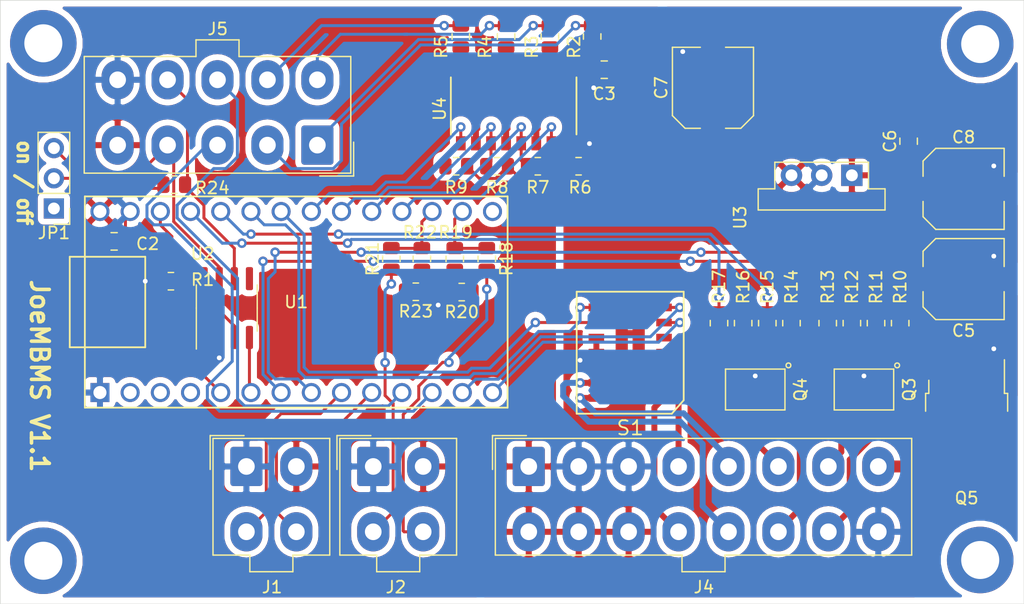
<source format=kicad_pcb>
(kicad_pcb (version 20171130) (host pcbnew 5.1.9+dfsg1-1)
  (layers (0 F.Cu signal) (31 B.Cu signal) (34 B.Paste user hide) (35 F.Paste user hide) (36 B.SilkS user) (37 F.SilkS user) (38 B.Mask user) (39 F.Mask user) (44 Edge.Cuts user))
  (net 0 "")
  (net 1 GND)
  (net 2 +3V3)
  (net 3 +5V)
  (net 4 +12V)
  (net 5 Teensy_TX3)
  (net 6 Teensy_RX3)
  (net 7 "Net-(J2-Pad3)")
  (net 8 "Net-(J2-Pad4)")
  (net 9 J4_OUT2)
  (net 10 J4_OUT4)
  (net 11 J4_OUT6)
  (net 12 J4_OUT7)
  (net 13 J4_OUT1)
  (net 14 J4_OUT3)
  (net 15 J4_OUT5)
  (net 16 J4_OUT8)
  (net 17 J4_12V)
  (net 18 J5_IN1)
  (net 19 J5_IN2)
  (net 20 J5_TX2)
  (net 21 J5_CANH)
  (net 22 J5_IN3)
  (net 23 J5_IN4)
  (net 24 J5_RX2)
  (net 25 J5_CANL)
  (net 26 Teensy_IN2)
  (net 27 Teensy_IN1)
  (net 28 Teensy_IN4)
  (net 29 Teensy_IN3)
  (net 30 "Net-(Q3-Pad2)")
  (net 31 "Net-(Q3-Pad4)")
  (net 32 "Net-(Q4-Pad4)")
  (net 33 "Net-(Q4-Pad2)")
  (net 34 "Net-(R1-Pad2)")
  (net 35 Teensy_OUT8)
  (net 36 Teensy_OUT7)
  (net 37 Teensy_OUT5)
  (net 38 Teensy_OUT6)
  (net 39 Teensy_ASEN2)
  (net 40 "Net-(R19-Pad1)")
  (net 41 Teensy_ASEN1)
  (net 42 "Net-(R22-Pad1)")
  (net 43 Teensy_OUT3)
  (net 44 Teensy_OUT2)
  (net 45 Teensy_OUT4)
  (net 46 Teensy_OUT1)
  (net 47 Teensy_TX)
  (net 48 Teensy_RX)
  (net 49 "Net-(R2-Pad2)")
  (net 50 "Net-(R3-Pad2)")
  (net 51 "Net-(R4-Pad2)")
  (net 52 "Net-(R5-Pad2)")
  (net 53 "Net-(JP1-Pad2)")
  (net 54 "Net-(U1-Pad2)")
  (net 55 "Net-(U1-Pad3)")
  (net 56 "Net-(U1-Pad4)")
  (net 57 "Net-(U1-Pad20)")
  (net 58 "Net-(U2-Pad5)")
  (net 59 "Net-(JP1-Pad1)")
  (net 60 "Net-(S1-Pad12)")
  (net 61 "Net-(S1-Pad3)")
  (net 62 "Net-(S1-Pad4)")
  (net 63 "Net-(S1-Pad5)")
  (module MountingHole:MountingHole_3.2mm_M3_DIN965_Pad_TopBottom (layer F.Cu) (at 96.3295 81.9785)
    (fp_text reference REF** hide)
    (fp_text value MountingHole_3.2mm_M3_DIN965_Pad_TopBottom)
    (pad 1 connect circle (at 0 0) (size 5.6 5.6) (layers B.Cu B.Mask))
    (pad 1 connect circle (at 0 0) (size 5.6 5.6) (layers F.Cu F.Mask))
    (pad 1 thru_hole circle (at 0 0) (size 3.6 3.6) (drill 3.2) (layers *.Cu *.Mask))
  )
  (module MountingHole:MountingHole_3.2mm_M3_DIN965_Pad_TopBottom (layer F.Cu) (at 96.3295 125.5395)
    (fp_text reference REF** hide)
    (fp_text value MountingHole_3.2mm_M3_DIN965_Pad_TopBottom)
    (pad 1 connect circle (at 0 0) (size 5.6 5.6) (layers B.Cu B.Mask))
    (pad 1 connect circle (at 0 0) (size 5.6 5.6) (layers F.Cu F.Mask))
    (pad 1 thru_hole circle (at 0 0) (size 3.6 3.6) (drill 3.2) (layers *.Cu *.Mask))
  )
  (module MountingHole:MountingHole_3.2mm_M3_DIN965_Pad_TopBottom (layer F.Cu) (at 175.133 125.476)
    (fp_text reference REF** hide)
    (fp_text value MountingHole_3.2mm_M3_DIN965_Pad_TopBottom)
    (pad 1 connect circle (at 0 0) (size 5.6 5.6) (layers B.Cu B.Mask))
    (pad 1 connect circle (at 0 0) (size 5.6 5.6) (layers F.Cu F.Mask))
    (pad 1 thru_hole circle (at 0 0) (size 3.6 3.6) (drill 3.2) (layers *.Cu *.Mask))
  )
  (module MountingHole:MountingHole_3.2mm_M3_DIN965_Pad_TopBottom (layer F.Cu) (at 175.133 82.042)
    (fp_text reference REF** hide)
    (fp_text value MountingHole_3.2mm_M3_DIN965_Pad_TopBottom)
    (pad 1 connect circle (at 0 0) (size 5.6 5.6) (layers B.Cu B.Mask))
    (pad 1 connect circle (at 0 0) (size 5.6 5.6) (layers F.Cu F.Mask))
    (pad 1 thru_hole circle (at 0 0) (size 3.6 3.6) (drill 3.2) (layers *.Cu *.Mask))
  )
  (module Connector_PinHeader_2.54mm:PinHeader_1x03_P2.54mm_Vertical (layer F.Cu) (at 97.2185 95.885 180)
    (fp_text reference JP1 (at 0 -2.06) (layer F.SilkS))
    (fp_text value Jumper_3_Bridged12)
    (pad 3 thru_hole oval (at 0 5.08 180) (size 1.7 1.7) (drill 1) (layers *.Cu *.Mask) (net 21 J5_CANH))
    (pad 2 thru_hole oval (at 0 2.54 180) (size 1.7 1.7) (drill 1) (layers *.Cu *.Mask) (net 53 "Net-(JP1-Pad2)"))
    (pad 1 thru_hole rect (at 0 0 180) (size 1.7 1.7) (drill 1) (layers *.Cu *.Mask) (net 59 "Net-(JP1-Pad1)"))
  )
  (module footprints:TLP293-4 (layer F.Cu) (at 135.89 87.249 270)
    (fp_text reference U4 (at 0.254 6.223 90) (layer F.SilkS))
    (fp_text value "IS281-4 " hide)
    (pad 1 smd rect (at -3.149999 -4.445 270) (size 1.1938 0.8128) (layers F.Cu F.Paste F.Mask) (net 49 "Net-(R2-Pad2)"))
    (pad 2 smd rect (at -3.149999 -3.175 270) (size 1.1938 0.8128) (layers F.Cu F.Paste F.Mask) (net 1 GND))
    (pad 3 smd rect (at -3.149999 -1.905 270) (size 1.1938 0.8128) (layers F.Cu F.Paste F.Mask) (net 50 "Net-(R3-Pad2)"))
    (pad 4 smd rect (at -3.149999 -0.635 270) (size 1.1938 0.8128) (layers F.Cu F.Paste F.Mask) (net 1 GND))
    (pad 5 smd rect (at -3.149999 0.635 270) (size 1.1938 0.8128) (layers F.Cu F.Paste F.Mask) (net 51 "Net-(R4-Pad2)"))
    (pad 6 smd rect (at -3.149999 1.905 270) (size 1.1938 0.8128) (layers F.Cu F.Paste F.Mask) (net 1 GND))
    (pad 7 smd rect (at -3.149999 3.175 270) (size 1.1938 0.8128) (layers F.Cu F.Paste F.Mask) (net 52 "Net-(R5-Pad2)"))
    (pad 8 smd rect (at -3.149999 4.445 270) (size 1.1938 0.8128) (layers F.Cu F.Paste F.Mask) (net 1 GND))
    (pad 9 smd rect (at 3.149999 4.445 270) (size 1.1938 0.8128) (layers F.Cu F.Paste F.Mask) (net 28 Teensy_IN4))
    (pad 10 smd rect (at 3.149999 3.175 270) (size 1.1938 0.8128) (layers F.Cu F.Paste F.Mask) (net 3 +5V))
    (pad 11 smd rect (at 3.149999 1.905 270) (size 1.1938 0.8128) (layers F.Cu F.Paste F.Mask) (net 29 Teensy_IN3))
    (pad 12 smd rect (at 3.149999 0.635 270) (size 1.1938 0.8128) (layers F.Cu F.Paste F.Mask) (net 3 +5V))
    (pad 13 smd rect (at 3.149999 -0.635 270) (size 1.1938 0.8128) (layers F.Cu F.Paste F.Mask) (net 27 Teensy_IN1))
    (pad 14 smd rect (at 3.149999 -1.905 270) (size 1.1938 0.8128) (layers F.Cu F.Paste F.Mask) (net 3 +5V))
    (pad 15 smd rect (at 3.149999 -3.175 270) (size 1.1938 0.8128) (layers F.Cu F.Paste F.Mask) (net 26 Teensy_IN2))
    (pad 16 smd rect (at 3.149999 -4.445 270) (size 1.1938 0.8128) (layers F.Cu F.Paste F.Mask) (net 3 +5V))
  )
  (module Teensy:Teensy30_31_32_LC_Mod (layer F.Cu) (at 117.602 103.759)
    (fp_text reference U1 (at 0 0) (layer F.SilkS))
    (fp_text value Teensy3.2)
    (pad 1 thru_hole rect (at -16.51 7.62) (size 1.6 1.6) (drill 1.1) (layers *.Cu *.Mask) (net 1 GND))
    (pad 2 thru_hole circle (at -13.97 7.62) (size 1.6 1.6) (drill 1.1) (layers *.Cu *.Mask) (net 54 "Net-(U1-Pad2)"))
    (pad 3 thru_hole circle (at -11.43 7.62) (size 1.6 1.6) (drill 1.1) (layers *.Cu *.Mask) (net 55 "Net-(U1-Pad3)"))
    (pad 4 thru_hole circle (at -8.89 7.62) (size 1.6 1.6) (drill 1.1) (layers *.Cu *.Mask) (net 56 "Net-(U1-Pad4)"))
    (pad 5 thru_hole circle (at -6.35 7.62) (size 1.6 1.6) (drill 1.1) (layers *.Cu *.Mask) (net 47 Teensy_TX))
    (pad 6 thru_hole circle (at -3.81 7.62) (size 1.6 1.6) (drill 1.1) (layers *.Cu *.Mask) (net 48 Teensy_RX))
    (pad 7 thru_hole circle (at -1.27 7.62) (size 1.6 1.6) (drill 1.1) (layers *.Cu *.Mask) (net 36 Teensy_OUT7))
    (pad 8 thru_hole circle (at 1.27 7.62) (size 1.6 1.6) (drill 1.1) (layers *.Cu *.Mask) (net 35 Teensy_OUT8))
    (pad 9 thru_hole circle (at 3.81 7.62) (size 1.6 1.6) (drill 1.1) (layers *.Cu *.Mask) (net 6 Teensy_RX3))
    (pad 10 thru_hole circle (at 6.35 7.62) (size 1.6 1.6) (drill 1.1) (layers *.Cu *.Mask) (net 5 Teensy_TX3))
    (pad 11 thru_hole circle (at 8.89 7.62) (size 1.6 1.6) (drill 1.1) (layers *.Cu *.Mask) (net 24 J5_RX2))
    (pad 12 thru_hole circle (at 11.43 7.62) (size 1.6 1.6) (drill 1.1) (layers *.Cu *.Mask) (net 20 J5_TX2))
    (pad 13 thru_hole circle (at 13.97 7.62) (size 1.6 1.6) (drill 1.1) (layers *.Cu *.Mask) (net 46 Teensy_OUT1))
    (pad 33 thru_hole circle (at -16.51 -7.62) (size 1.6 1.6) (drill 1.1) (layers *.Cu *.Mask) (net 3 +5V))
    (pad 32 thru_hole circle (at -13.97 -7.62) (size 1.6 1.6) (drill 1.1) (layers *.Cu *.Mask) (net 1 GND))
    (pad 31 thru_hole circle (at -11.43 -7.62) (size 1.6 1.6) (drill 1.1) (layers *.Cu *.Mask) (net 2 +3V3))
    (pad 30 thru_hole circle (at -8.89 -7.62) (size 1.6 1.6) (drill 1.1) (layers *.Cu *.Mask) (net 38 Teensy_OUT6))
    (pad 29 thru_hole circle (at -6.35 -7.62) (size 1.6 1.6) (drill 1.1) (layers *.Cu *.Mask) (net 37 Teensy_OUT5))
    (pad 28 thru_hole circle (at -3.81 -7.62) (size 1.6 1.6) (drill 1.1) (layers *.Cu *.Mask) (net 45 Teensy_OUT4))
    (pad 27 thru_hole circle (at -1.27 -7.62) (size 1.6 1.6) (drill 1.1) (layers *.Cu *.Mask) (net 43 Teensy_OUT3))
    (pad 26 thru_hole circle (at 1.27 -7.62) (size 1.6 1.6) (drill 1.1) (layers *.Cu *.Mask) (net 28 Teensy_IN4))
    (pad 25 thru_hole circle (at 3.81 -7.62) (size 1.6 1.6) (drill 1.1) (layers *.Cu *.Mask) (net 29 Teensy_IN3))
    (pad 24 thru_hole circle (at 6.35 -7.62) (size 1.6 1.6) (drill 1.1) (layers *.Cu *.Mask) (net 27 Teensy_IN1))
    (pad 23 thru_hole circle (at 8.89 -7.62) (size 1.6 1.6) (drill 1.1) (layers *.Cu *.Mask) (net 26 Teensy_IN2))
    (pad 22 thru_hole circle (at 11.43 -7.62) (size 1.6 1.6) (drill 1.1) (layers *.Cu *.Mask) (net 41 Teensy_ASEN1))
    (pad 21 thru_hole circle (at 13.97 -7.62) (size 1.6 1.6) (drill 1.1) (layers *.Cu *.Mask) (net 39 Teensy_ASEN2))
    (pad 14 thru_hole circle (at 16.51 7.62) (size 1.6 1.6) (drill 1.1) (layers *.Cu *.Mask) (net 44 Teensy_OUT2))
    (pad 20 thru_hole circle (at 16.51 -7.62) (size 1.6 1.6) (drill 1.1) (layers *.Cu *.Mask) (net 57 "Net-(U1-Pad20)"))
  )
  (module Converter_DCDC:Converter_DCDC_muRata_OKI-78SR_Vertical (layer F.Cu) (at 164.338 93.091 180)
    (fp_text reference U3 (at 9.398 -3.556 90) (layer F.SilkS))
    (fp_text value "DCDC 5V")
    (pad 1 thru_hole rect (at 0 0 180) (size 1.8 1.8) (drill 1) (layers *.Cu *.Mask) (net 4 +12V))
    (pad 2 thru_hole circle (at 2.54 0 180) (size 1.8 1.8) (drill 1) (layers *.Cu *.Mask) (net 1 GND))
    (pad 3 thru_hole circle (at 5.08 0 180) (size 1.8 1.8) (drill 1) (layers *.Cu *.Mask) (net 3 +5V))
  )
  (module Capacitor_SMD:C_Elec_6.3x7.7 (layer F.Cu) (at 173.736 94.234)
    (fp_text reference C8 (at 0 -4.35) (layer F.SilkS))
    (fp_text value 100uF)
    (pad 2 smd roundrect (at 2.5375 0) (size 3.325 1.6) (layers F.Cu F.Paste F.Mask) (roundrect_rratio 0.15625) (net 1 GND))
    (pad 1 smd roundrect (at -2.5375 0) (size 3.325 1.6) (layers F.Cu F.Paste F.Mask) (roundrect_rratio 0.15625) (net 4 +12V))
  )
  (module Capacitor_SMD:C_Elec_6.3x7.7 (layer F.Cu) (at 152.654 85.725 90)
    (fp_text reference C7 (at 0 -4.35 90) (layer F.SilkS))
    (fp_text value 100uF)
    (pad 2 smd roundrect (at 2.5375 0 90) (size 3.325 1.6) (layers F.Cu F.Paste F.Mask) (roundrect_rratio 0.15625) (net 1 GND))
    (pad 1 smd roundrect (at -2.5375 0 90) (size 3.325 1.6) (layers F.Cu F.Paste F.Mask) (roundrect_rratio 0.15625) (net 3 +5V))
  )
  (module Capacitor_SMD:C_Elec_6.3x7.7 (layer F.Cu) (at 173.736 101.8286)
    (fp_text reference C5 (at 0 4.3434 180) (layer F.SilkS))
    (fp_text value 100uF)
    (pad 2 smd roundrect (at 2.5375 0) (size 3.325 1.6) (layers F.Cu F.Paste F.Mask) (roundrect_rratio 0.15625) (net 1 GND))
    (pad 1 smd roundrect (at -2.5375 0) (size 3.325 1.6) (layers F.Cu F.Paste F.Mask) (roundrect_rratio 0.15625) (net 4 +12V))
  )
  (module Resistor_SMD:R_0805_2012Metric (layer F.Cu) (at 164.338 105.537 270)
    (fp_text reference R12 (at -3.048 0 90) (layer F.SilkS))
    (fp_text value 10k)
    (pad 1 smd roundrect (at -0.9125 0 270) (size 1.025 1.4) (layers F.Cu F.Paste F.Mask) (roundrect_rratio 0.2439004878048781) (net 31 "Net-(Q3-Pad4)"))
    (pad 2 smd roundrect (at 0.9125 0 270) (size 1.025 1.4) (layers F.Cu F.Paste F.Mask) (roundrect_rratio 0.2439004878048781) (net 1 GND))
  )
  (module Capacitor_SMD:C_0805_2012Metric (layer F.Cu) (at 102.2858 98.6536 180)
    (fp_text reference C2 (at -2.8194 -0.2032) (layer F.SilkS))
    (fp_text value 10uF)
    (pad 2 smd roundrect (at 0.95 0 180) (size 1 1.45) (layers F.Cu F.Paste F.Mask) (net 3 +5V))
    (pad 1 smd roundrect (at -0.95 0 180) (size 1 1.45) (layers F.Cu F.Paste F.Mask) (net 1 GND))
  )
  (module Capacitor_SMD:C_0805_2012Metric (layer F.Cu) (at 143.51 84.201)
    (fp_text reference C3 (at 0 2.032) (layer F.SilkS))
    (fp_text value 10uF)
    (pad 1 smd roundrect (at -0.95 0) (size 1 1.45) (layers F.Cu F.Paste F.Mask) (net 1 GND))
    (pad 2 smd roundrect (at 0.95 0) (size 1 1.45) (layers F.Cu F.Paste F.Mask) (net 3 +5V))
  )
  (module Capacitor_SMD:C_0805_2012Metric (layer F.Cu) (at 169.1132 90.2208 270)
    (fp_text reference C6 (at 0 1.5748 90) (layer F.SilkS))
    (fp_text value 10uF)
    (pad 1 smd roundrect (at -0.95 0 270) (size 1 1.45) (layers F.Cu F.Paste F.Mask) (net 1 GND))
    (pad 2 smd roundrect (at 0.95 0 270) (size 1 1.45) (layers F.Cu F.Paste F.Mask) (net 4 +12V))
  )
  (module Connector_Molex:Molex_Mini-Fit_Jr_5566-04A_2x02_P4.20mm_Vertical (layer F.Cu) (at 113.411 117.602)
    (fp_text reference J1 (at 2.159 10.16) (layer F.SilkS))
    (fp_text value Tesla_BMS)
    (pad 4 thru_hole oval (at 4.2 5.5) (size 2.7 3.3) (drill 1.4) (layers *.Cu *.Mask) (net 5 Teensy_TX3))
    (pad 3 thru_hole oval (at 0 5.5) (size 2.7 3.3) (drill 1.4) (layers *.Cu *.Mask) (net 6 Teensy_RX3))
    (pad 2 thru_hole oval (at 4.2 0) (size 2.7 3.3) (drill 1.4) (layers *.Cu *.Mask) (net 3 +5V))
    (pad 1 thru_hole roundrect (at 0 0) (size 2.7 3.3) (drill 1.4) (layers *.Cu *.Mask) (roundrect_rratio 0.09259296296296296) (net 1 GND))
  )
  (module Connector_Molex:Molex_Mini-Fit_Jr_5566-04A_2x02_P4.20mm_Vertical (layer F.Cu) (at 124.079 117.602)
    (fp_text reference J2 (at 1.905 10.16) (layer F.SilkS))
    (fp_text value Analog_Sens)
    (pad 1 thru_hole roundrect (at 0 0) (size 2.7 3.3) (drill 1.4) (layers *.Cu *.Mask) (roundrect_rratio 0.09259296296296296) (net 1 GND))
    (pad 2 thru_hole oval (at 4.2 0) (size 2.7 3.3) (drill 1.4) (layers *.Cu *.Mask) (net 3 +5V))
    (pad 3 thru_hole oval (at 0 5.5) (size 2.7 3.3) (drill 1.4) (layers *.Cu *.Mask) (net 7 "Net-(J2-Pad3)"))
    (pad 4 thru_hole oval (at 4.2 5.5) (size 2.7 3.3) (drill 1.4) (layers *.Cu *.Mask) (net 8 "Net-(J2-Pad4)"))
  )
  (module Connector_Molex:Molex_Mini-Fit_Jr_5566-16A_2x08_P4.20mm_Vertical (layer F.Cu) (at 137.16 117.602)
    (fp_text reference J4 (at 14.732 10.16) (layer F.SilkS))
    (fp_text value OUT_PWR)
    (pad 1 thru_hole roundrect (at 0 0) (size 2.7 3.3) (drill 1.4) (layers *.Cu *.Mask) (roundrect_rratio 0.09259296296296296) (net 3 +5V))
    (pad 2 thru_hole oval (at 4.2 0) (size 2.7 3.3) (drill 1.4) (layers *.Cu *.Mask) (net 1 GND))
    (pad 3 thru_hole oval (at 8.4 0) (size 2.7 3.3) (drill 1.4) (layers *.Cu *.Mask) (net 1 GND))
    (pad 4 thru_hole oval (at 12.6 0) (size 2.7 3.3) (drill 1.4) (layers *.Cu *.Mask) (net 9 J4_OUT2))
    (pad 5 thru_hole oval (at 16.8 0) (size 2.7 3.3) (drill 1.4) (layers *.Cu *.Mask) (net 10 J4_OUT4))
    (pad 6 thru_hole oval (at 21 0) (size 2.7 3.3) (drill 1.4) (layers *.Cu *.Mask) (net 11 J4_OUT6))
    (pad 7 thru_hole oval (at 25.2 0) (size 2.7 3.3) (drill 1.4) (layers *.Cu *.Mask) (net 12 J4_OUT7))
    (pad 8 thru_hole oval (at 29.4 0) (size 2.7 3.3) (drill 1.4) (layers *.Cu *.Mask) (net 17 J4_12V))
    (pad 9 thru_hole oval (at 0 5.5) (size 2.7 3.3) (drill 1.4) (layers *.Cu *.Mask) (net 4 +12V))
    (pad 10 thru_hole oval (at 4.2 5.5) (size 2.7 3.3) (drill 1.4) (layers *.Cu *.Mask) (net 4 +12V))
    (pad 11 thru_hole oval (at 8.4 5.5) (size 2.7 3.3) (drill 1.4) (layers *.Cu *.Mask) (net 4 +12V))
    (pad 12 thru_hole oval (at 12.6 5.5) (size 2.7 3.3) (drill 1.4) (layers *.Cu *.Mask) (net 13 J4_OUT1))
    (pad 13 thru_hole oval (at 16.8 5.5) (size 2.7 3.3) (drill 1.4) (layers *.Cu *.Mask) (net 14 J4_OUT3))
    (pad 14 thru_hole oval (at 21 5.5) (size 2.7 3.3) (drill 1.4) (layers *.Cu *.Mask) (net 15 J4_OUT5))
    (pad 15 thru_hole oval (at 25.2 5.5) (size 2.7 3.3) (drill 1.4) (layers *.Cu *.Mask) (net 16 J4_OUT8))
    (pad 16 thru_hole oval (at 29.4 5.5) (size 2.7 3.3) (drill 1.4) (layers *.Cu *.Mask) (net 1 GND))
  )
  (module Connector_Molex:Molex_Mini-Fit_Jr_5566-10A_2x05_P4.20mm_Vertical (layer F.Cu) (at 119.38 90.551 180)
    (fp_text reference J5 (at 8.382 9.779) (layer F.SilkS))
    (fp_text value IN_COMM)
    (pad 1 thru_hole roundrect (at 0 0 180) (size 2.7 3.3) (drill 1.4) (layers *.Cu *.Mask) (roundrect_rratio 0.09259296296296296) (net 18 J5_IN1))
    (pad 2 thru_hole oval (at 4.2 0 180) (size 2.7 3.3) (drill 1.4) (layers *.Cu *.Mask) (net 19 J5_IN2))
    (pad 3 thru_hole oval (at 8.4 0 180) (size 2.7 3.3) (drill 1.4) (layers *.Cu *.Mask) (net 20 J5_TX2))
    (pad 4 thru_hole oval (at 12.6 0 180) (size 2.7 3.3) (drill 1.4) (layers *.Cu *.Mask) (net 21 J5_CANH))
    (pad 5 thru_hole oval (at 16.8 0 180) (size 2.7 3.3) (drill 1.4) (layers *.Cu *.Mask) (net 3 +5V))
    (pad 6 thru_hole oval (at 0 5.5 180) (size 2.7 3.3) (drill 1.4) (layers *.Cu *.Mask) (net 22 J5_IN3))
    (pad 7 thru_hole oval (at 4.2 5.5 180) (size 2.7 3.3) (drill 1.4) (layers *.Cu *.Mask) (net 23 J5_IN4))
    (pad 8 thru_hole oval (at 8.4 5.5 180) (size 2.7 3.3) (drill 1.4) (layers *.Cu *.Mask) (net 24 J5_RX2))
    (pad 9 thru_hole oval (at 12.6 5.5 180) (size 2.7 3.3) (drill 1.4) (layers *.Cu *.Mask) (net 25 J5_CANL))
    (pad 10 thru_hole oval (at 16.8 5.5 180) (size 2.7 3.3) (drill 1.4) (layers *.Cu *.Mask) (net 1 GND))
  )
  (module JoeMBMS:SO-8_IRF956 (layer F.Cu) (at 165.354 111.125 270)
    (fp_text reference Q3 (at 0 -3.81 90) (layer F.SilkS))
    (fp_text value BSO615NG)
    (pad 1 smd rect (at -2.61 -1.905 270) (size 1.78 0.72) (layers F.Cu F.Paste F.Mask) (net 1 GND))
    (pad 3 smd rect (at -2.61 0.635 270) (size 1.78 0.72) (layers F.Cu F.Paste F.Mask) (net 1 GND))
    (pad 2 smd rect (at -2.61 -0.635 270) (size 1.78 0.72) (layers F.Cu F.Paste F.Mask) (net 30 "Net-(Q3-Pad2)"))
    (pad 4 smd rect (at -2.61 1.905 270) (size 1.78 0.72) (layers F.Cu F.Paste F.Mask) (net 31 "Net-(Q3-Pad4)"))
    (pad 5 smd rect (at 2.61 1.905 270) (size 1.78 0.72) (layers F.Cu F.Paste F.Mask) (net 12 J4_OUT7))
    (pad 6 smd rect (at 2.61 0.635 270) (size 1.78 0.72) (layers F.Cu F.Paste F.Mask) (net 12 J4_OUT7))
    (pad 7 smd rect (at 2.61 -0.635 270) (size 1.78 0.72) (layers F.Cu F.Paste F.Mask) (net 16 J4_OUT8))
    (pad 8 smd rect (at 2.61 -1.905 270) (size 1.78 0.72) (layers F.Cu F.Paste F.Mask) (net 16 J4_OUT8))
  )
  (module JoeMBMS:SO-8_IRF956 (layer F.Cu) (at 156.21 111.125 270)
    (fp_text reference Q4 (at 0 -3.81 90) (layer F.SilkS))
    (fp_text value BSO615NG)
    (pad 8 smd rect (at 2.61 -1.905 270) (size 1.78 0.72) (layers F.Cu F.Paste F.Mask) (net 15 J4_OUT5))
    (pad 7 smd rect (at 2.61 -0.635 270) (size 1.78 0.72) (layers F.Cu F.Paste F.Mask) (net 15 J4_OUT5))
    (pad 6 smd rect (at 2.61 0.635 270) (size 1.78 0.72) (layers F.Cu F.Paste F.Mask) (net 11 J4_OUT6))
    (pad 5 smd rect (at 2.61 1.905 270) (size 1.78 0.72) (layers F.Cu F.Paste F.Mask) (net 11 J4_OUT6))
    (pad 4 smd rect (at -2.61 1.905 270) (size 1.78 0.72) (layers F.Cu F.Paste F.Mask) (net 32 "Net-(Q4-Pad4)"))
    (pad 2 smd rect (at -2.61 -0.635 270) (size 1.78 0.72) (layers F.Cu F.Paste F.Mask) (net 33 "Net-(Q4-Pad2)"))
    (pad 3 smd rect (at -2.61 0.635 270) (size 1.78 0.72) (layers F.Cu F.Paste F.Mask) (net 1 GND))
    (pad 1 smd rect (at -2.61 -1.905 270) (size 1.78 0.72) (layers F.Cu F.Paste F.Mask) (net 1 GND))
  )
  (module Package_TO_SOT_SMD:TO-252-2 (layer F.Cu) (at 173.99 113.919 270)
    (fp_text reference Q5 (at 6.35 0 180) (layer F.SilkS))
    (fp_text value "P-Chanel Mosfet")
    (pad 1 smd rect (at -4.2 -2.28 270) (size 2.2 1.2) (layers F.Cu F.Paste F.Mask) (net 1 GND))
    (pad 3 smd rect (at -4.2 2.28 270) (size 2.2 1.2) (layers F.Cu F.Paste F.Mask) (net 4 +12V))
    (pad 2 smd rect (at 2.1 0 270) (size 6.4 5.8) (layers F.Cu F.Mask) (net 17 J4_12V))
  )
  (module Resistor_SMD:R_0805_2012Metric (layer F.Cu) (at 107.061 102.0064)
    (fp_text reference R1 (at 2.667 -0.127) (layer F.SilkS))
    (fp_text value 10k)
    (pad 2 smd roundrect (at 0.9125 0) (size 1.025 1.4) (layers F.Cu F.Paste F.Mask) (roundrect_rratio 0.2439004878048781) (net 34 "Net-(R1-Pad2)"))
    (pad 1 smd roundrect (at -0.9125 0) (size 1.025 1.4) (layers F.Cu F.Paste F.Mask) (roundrect_rratio 0.2439004878048781) (net 1 GND))
  )
  (module Resistor_SMD:R_0805_2012Metric (layer F.Cu) (at 142.494 81.407 270)
    (fp_text reference R2 (at 0.889 1.524 90) (layer F.SilkS))
    (fp_text value 4.7k)
    (pad 2 smd roundrect (at 0.9125 0 270) (size 1.025 1.4) (layers F.Cu F.Paste F.Mask) (roundrect_rratio 0.2439004878048781) (net 49 "Net-(R2-Pad2)"))
    (pad 1 smd roundrect (at -0.9125 0 270) (size 1.025 1.4) (layers F.Cu F.Paste F.Mask) (roundrect_rratio 0.2439004878048781) (net 19 J5_IN2))
  )
  (module Resistor_SMD:R_0805_2012Metric (layer F.Cu) (at 138.938 81.407 270)
    (fp_text reference R3 (at 0.889 1.524 90) (layer F.SilkS))
    (fp_text value 4.7k)
    (pad 1 smd roundrect (at -0.9125 0 270) (size 1.025 1.4) (layers F.Cu F.Paste F.Mask) (roundrect_rratio 0.2439004878048781) (net 18 J5_IN1))
    (pad 2 smd roundrect (at 0.9125 0 270) (size 1.025 1.4) (layers F.Cu F.Paste F.Mask) (roundrect_rratio 0.2439004878048781) (net 50 "Net-(R3-Pad2)"))
  )
  (module Resistor_SMD:R_0805_2012Metric (layer F.Cu) (at 135.255 81.407 270)
    (fp_text reference R4 (at 0.889 1.778 90) (layer F.SilkS))
    (fp_text value 4.7k)
    (pad 1 smd roundrect (at -0.9125 0 270) (size 1.025 1.4) (layers F.Cu F.Paste F.Mask) (roundrect_rratio 0.2439004878048781) (net 22 J5_IN3))
    (pad 2 smd roundrect (at 0.9125 0 270) (size 1.025 1.4) (layers F.Cu F.Paste F.Mask) (roundrect_rratio 0.2439004878048781) (net 51 "Net-(R4-Pad2)"))
  )
  (module Resistor_SMD:R_0805_2012Metric (layer F.Cu) (at 131.445 81.407 270)
    (fp_text reference R5 (at 0.889 1.651 90) (layer F.SilkS))
    (fp_text value 4.7k)
    (pad 2 smd roundrect (at 0.9125 0 270) (size 1.025 1.4) (layers F.Cu F.Paste F.Mask) (roundrect_rratio 0.2439004878048781) (net 52 "Net-(R5-Pad2)"))
    (pad 1 smd roundrect (at -0.9125 0 270) (size 1.025 1.4) (layers F.Cu F.Paste F.Mask) (roundrect_rratio 0.2439004878048781) (net 23 J5_IN4))
  )
  (module Resistor_SMD:R_0805_2012Metric (layer F.Cu) (at 141.351 92.329)
    (fp_text reference R6 (at 0.127 1.778) (layer F.SilkS))
    (fp_text value 10k)
    (pad 2 smd roundrect (at 0.9125 0) (size 1.025 1.4) (layers F.Cu F.Paste F.Mask) (roundrect_rratio 0.2439004878048781) (net 1 GND))
    (pad 1 smd roundrect (at -0.9125 0) (size 1.025 1.4) (layers F.Cu F.Paste F.Mask) (roundrect_rratio 0.2439004878048781) (net 26 Teensy_IN2))
  )
  (module Resistor_SMD:R_0805_2012Metric (layer F.Cu) (at 137.922 92.329)
    (fp_text reference R7 (at 0 1.778) (layer F.SilkS))
    (fp_text value 10k)
    (pad 1 smd roundrect (at -0.9125 0) (size 1.025 1.4) (layers F.Cu F.Paste F.Mask) (roundrect_rratio 0.2439004878048781) (net 27 Teensy_IN1))
    (pad 2 smd roundrect (at 0.9125 0) (size 1.025 1.4) (layers F.Cu F.Paste F.Mask) (roundrect_rratio 0.2439004878048781) (net 1 GND))
  )
  (module Resistor_SMD:R_0805_2012Metric (layer F.Cu) (at 134.493 92.329)
    (fp_text reference R8 (at 0 1.778) (layer F.SilkS))
    (fp_text value 10k)
    (pad 1 smd roundrect (at -0.9125 0) (size 1.025 1.4) (layers F.Cu F.Paste F.Mask) (roundrect_rratio 0.2439004878048781) (net 29 Teensy_IN3))
    (pad 2 smd roundrect (at 0.9125 0) (size 1.025 1.4) (layers F.Cu F.Paste F.Mask) (roundrect_rratio 0.2439004878048781) (net 1 GND))
  )
  (module Resistor_SMD:R_0805_2012Metric (layer F.Cu) (at 131.064 92.329)
    (fp_text reference R9 (at 0 1.778) (layer F.SilkS))
    (fp_text value 10k)
    (pad 2 smd roundrect (at 0.9125 0) (size 1.025 1.4) (layers F.Cu F.Paste F.Mask) (roundrect_rratio 0.2439004878048781) (net 1 GND))
    (pad 1 smd roundrect (at -0.9125 0) (size 1.025 1.4) (layers F.Cu F.Paste F.Mask) (roundrect_rratio 0.2439004878048781) (net 28 Teensy_IN4))
  )
  (module Resistor_SMD:R_0805_2012Metric (layer F.Cu) (at 168.402 105.537 270)
    (fp_text reference R10 (at -3.048 0 90) (layer F.SilkS))
    (fp_text value 10k)
    (pad 1 smd roundrect (at -0.9125 0 270) (size 1.025 1.4) (layers F.Cu F.Paste F.Mask) (roundrect_rratio 0.2439004878048781) (net 30 "Net-(Q3-Pad2)"))
    (pad 2 smd roundrect (at 0.9125 0 270) (size 1.025 1.4) (layers F.Cu F.Paste F.Mask) (roundrect_rratio 0.2439004878048781) (net 1 GND))
  )
  (module Resistor_SMD:R_0805_2012Metric (layer F.Cu) (at 166.37 105.537 270)
    (fp_text reference R11 (at -3.048 0 90) (layer F.SilkS))
    (fp_text value 220)
    (pad 2 smd roundrect (at 0.9125 0 270) (size 1.025 1.4) (layers F.Cu F.Paste F.Mask) (roundrect_rratio 0.2439004878048781) (net 30 "Net-(Q3-Pad2)"))
    (pad 1 smd roundrect (at -0.9125 0 270) (size 1.025 1.4) (layers F.Cu F.Paste F.Mask) (roundrect_rratio 0.2439004878048781) (net 35 Teensy_OUT8))
  )
  (module Resistor_SMD:R_0805_2012Metric (layer F.Cu) (at 162.306 105.537 270)
    (fp_text reference R13 (at -3.048 0 90) (layer F.SilkS))
    (fp_text value 220)
    (pad 1 smd roundrect (at -0.9125 0 270) (size 1.025 1.4) (layers F.Cu F.Paste F.Mask) (roundrect_rratio 0.2439004878048781) (net 36 Teensy_OUT7))
    (pad 2 smd roundrect (at 0.9125 0 270) (size 1.025 1.4) (layers F.Cu F.Paste F.Mask) (roundrect_rratio 0.2439004878048781) (net 31 "Net-(Q3-Pad4)"))
  )
  (module Resistor_SMD:R_0805_2012Metric (layer F.Cu) (at 159.258 105.537 270)
    (fp_text reference R14 (at -3.048 0 90) (layer F.SilkS))
    (fp_text value 10k)
    (pad 1 smd roundrect (at -0.9125 0 270) (size 1.025 1.4) (layers F.Cu F.Paste F.Mask) (roundrect_rratio 0.2439004878048781) (net 33 "Net-(Q4-Pad2)"))
    (pad 2 smd roundrect (at 0.9125 0 270) (size 1.025 1.4) (layers F.Cu F.Paste F.Mask) (roundrect_rratio 0.2439004878048781) (net 1 GND))
  )
  (module Resistor_SMD:R_0805_2012Metric (layer F.Cu) (at 157.226 105.537 270)
    (fp_text reference R15 (at -3.048 0 90) (layer F.SilkS))
    (fp_text value 220)
    (pad 2 smd roundrect (at 0.9125 0 270) (size 1.025 1.4) (layers F.Cu F.Paste F.Mask) (roundrect_rratio 0.2439004878048781) (net 33 "Net-(Q4-Pad2)"))
    (pad 1 smd roundrect (at -0.9125 0 270) (size 1.025 1.4) (layers F.Cu F.Paste F.Mask) (roundrect_rratio 0.2439004878048781) (net 37 Teensy_OUT5))
  )
  (module Resistor_SMD:R_0805_2012Metric (layer F.Cu) (at 155.194 105.537 270)
    (fp_text reference R16 (at -3.048 0 90) (layer F.SilkS))
    (fp_text value 10k)
    (pad 1 smd roundrect (at -0.9125 0 270) (size 1.025 1.4) (layers F.Cu F.Paste F.Mask) (roundrect_rratio 0.2439004878048781) (net 32 "Net-(Q4-Pad4)"))
    (pad 2 smd roundrect (at 0.9125 0 270) (size 1.025 1.4) (layers F.Cu F.Paste F.Mask) (roundrect_rratio 0.2439004878048781) (net 1 GND))
  )
  (module Resistor_SMD:R_0805_2012Metric (layer F.Cu) (at 153.162 105.537 270)
    (fp_text reference R17 (at -3.048 0 90) (layer F.SilkS))
    (fp_text value 220)
    (pad 2 smd roundrect (at 0.9125 0 270) (size 1.025 1.4) (layers F.Cu F.Paste F.Mask) (roundrect_rratio 0.2439004878048781) (net 32 "Net-(Q4-Pad4)"))
    (pad 1 smd roundrect (at -0.9125 0 270) (size 1.025 1.4) (layers F.Cu F.Paste F.Mask) (roundrect_rratio 0.2439004878048781) (net 38 Teensy_OUT6))
  )
  (module Resistor_SMD:R_0805_2012Metric (layer F.Cu) (at 133.6294 100.1268 270)
    (fp_text reference R18 (at 0 -1.651 90) (layer F.SilkS))
    (fp_text value 10k)
    (pad 2 smd roundrect (at 0.9125 0 270) (size 1.025 1.4) (layers F.Cu F.Paste F.Mask) (roundrect_rratio 0.2439004878048781) (net 8 "Net-(J2-Pad4)"))
    (pad 1 smd roundrect (at -0.9125 0 270) (size 1.025 1.4) (layers F.Cu F.Paste F.Mask) (roundrect_rratio 0.2439004878048781) (net 39 Teensy_ASEN2))
  )
  (module Resistor_SMD:R_0805_2012Metric (layer F.Cu) (at 130.937 100.1268 90)
    (fp_text reference R19 (at 2.2352 0.0762 180) (layer F.SilkS))
    (fp_text value 10k)
    (pad 1 smd roundrect (at -0.9125 0 90) (size 1.025 1.4) (layers F.Cu F.Paste F.Mask) (roundrect_rratio 0.2439004878048781) (net 40 "Net-(R19-Pad1)"))
    (pad 2 smd roundrect (at 0.9125 0 90) (size 1.025 1.4) (layers F.Cu F.Paste F.Mask) (roundrect_rratio 0.2439004878048781) (net 39 Teensy_ASEN2))
  )
  (module Resistor_SMD:R_0805_2012Metric (layer F.Cu) (at 131.5212 102.9208)
    (fp_text reference R20 (at 0 1.6764) (layer F.SilkS))
    (fp_text value 10k)
    (pad 2 smd roundrect (at 0.9125 0) (size 1.025 1.4) (layers F.Cu F.Paste F.Mask) (roundrect_rratio 0.2439004878048781) (net 40 "Net-(R19-Pad1)"))
    (pad 1 smd roundrect (at -0.9125 0) (size 1.025 1.4) (layers F.Cu F.Paste F.Mask) (roundrect_rratio 0.2439004878048781) (net 1 GND))
  )
  (module Resistor_SMD:R_0805_2012Metric (layer F.Cu) (at 125.603 100.1268 270)
    (fp_text reference R21 (at 0 1.5748 90) (layer F.SilkS))
    (fp_text value 10k)
    (pad 1 smd roundrect (at -0.9125 0 270) (size 1.025 1.4) (layers F.Cu F.Paste F.Mask) (roundrect_rratio 0.2439004878048781) (net 41 Teensy_ASEN1))
    (pad 2 smd roundrect (at 0.9125 0 270) (size 1.025 1.4) (layers F.Cu F.Paste F.Mask) (roundrect_rratio 0.2439004878048781) (net 7 "Net-(J2-Pad3)"))
  )
  (module Resistor_SMD:R_0805_2012Metric (layer F.Cu) (at 128.1684 100.1268 90)
    (fp_text reference R22 (at 2.2352 -0.1524 180) (layer F.SilkS))
    (fp_text value 10k)
    (pad 2 smd roundrect (at 0.9125 0 90) (size 1.025 1.4) (layers F.Cu F.Paste F.Mask) (roundrect_rratio 0.2439004878048781) (net 41 Teensy_ASEN1))
    (pad 1 smd roundrect (at -0.9125 0 90) (size 1.025 1.4) (layers F.Cu F.Paste F.Mask) (roundrect_rratio 0.2439004878048781) (net 42 "Net-(R22-Pad1)"))
  )
  (module Resistor_SMD:R_0805_2012Metric (layer F.Cu) (at 127.6604 102.8954 180)
    (fp_text reference R23 (at 0 -1.651) (layer F.SilkS))
    (fp_text value 10k)
    (pad 1 smd roundrect (at -0.9125 0 180) (size 1.025 1.4) (layers F.Cu F.Paste F.Mask) (roundrect_rratio 0.2439004878048781) (net 1 GND))
    (pad 2 smd roundrect (at 0.9125 0 180) (size 1.025 1.4) (layers F.Cu F.Paste F.Mask) (roundrect_rratio 0.2439004878048781) (net 42 "Net-(R22-Pad1)"))
  )
  (module Package_SO:SOIC-8_3.9x4.9mm_P1.27mm (layer F.Cu) (at 111.76 104.267 90)
    (fp_text reference U2 (at 4.572 -2.032 180) (layer F.SilkS))
    (fp_text value SN65HVD230)
    (pad 1 smd roundrect (at -2.475 -1.905 90) (size 1.95 0.6) (layers F.Cu F.Paste F.Mask) (net 47 Teensy_TX))
    (pad 2 smd roundrect (at -2.475 -0.635 90) (size 1.95 0.6) (layers F.Cu F.Paste F.Mask) (net 1 GND))
    (pad 3 smd roundrect (at -2.475 0.635 90) (size 1.95 0.6) (layers F.Cu F.Paste F.Mask) (net 2 +3V3))
    (pad 4 smd roundrect (at -2.475 1.905 90) (size 1.95 0.6) (layers F.Cu F.Paste F.Mask) (net 48 Teensy_RX))
    (pad 5 smd roundrect (at 2.475 1.905 90) (size 1.95 0.6) (layers F.Cu F.Paste F.Mask) (net 58 "Net-(U2-Pad5)"))
    (pad 6 smd roundrect (at 2.475 0.635 90) (size 1.95 0.6) (layers F.Cu F.Paste F.Mask) (net 25 J5_CANL))
    (pad 7 smd roundrect (at 2.475 -0.635 90) (size 1.95 0.6) (layers F.Cu F.Paste F.Mask) (net 21 J5_CANH))
    (pad 8 smd roundrect (at 2.475 -1.905 90) (size 1.95 0.6) (layers F.Cu F.Paste F.Mask) (net 34 "Net-(R1-Pad2)"))
  )
  (module Resistor_SMD:R_0805_2012Metric (layer F.Cu) (at 107.3404 93.8784)
    (fp_text reference R24 (at 3.2004 0.2794) (layer F.SilkS))
    (fp_text value 120)
    (pad 1 smd roundrect (at -0.9125 0) (size 1.025 1.4) (layers F.Cu F.Paste F.Mask) (roundrect_rratio 0.2439004878048781) (net 53 "Net-(JP1-Pad2)"))
    (pad 2 smd roundrect (at 0.9125 0) (size 1.025 1.4) (layers F.Cu F.Paste F.Mask) (roundrect_rratio 0.2439004878048781) (net 25 J5_CANL))
  )
  (module MRV_SMD_Packages:PG-DSO-14-40_EP (layer F.Cu) (at 145.6931 108.0252 90)
    (fp_text reference S1 (at -6.335 0) (layer F.SilkS) (effects (font (size 1.2 1.2))))
    (fp_text value BTS5200-4)
    (pad 15 smd rect (at -1.65 -0.7125 90) (size 2.9 1.025) (layers F.Cu F.Paste F.Mask) (net 4 +12V))
    (pad 15 smd rect (at 1.65 -0.7125 90) (size 2.9 1.025) (layers F.Cu F.Paste F.Mask) (net 4 +12V))
    (pad 15 smd rect (at 1.65 0.7125 90) (size 2.9 1.025) (layers F.Cu F.Paste F.Mask) (net 4 +12V))
    (pad 14 smd rect (at -3.81 -2.845 90) (size 0.65 1.31) (layers F.Cu F.Paste F.Mask) (net 10 J4_OUT4))
    (pad 1 smd rect (at -3.81 2.845 90) (size 0.65 1.31) (layers F.Cu F.Paste F.Mask) (net 13 J4_OUT1))
    (pad 13 smd rect (at -2.54 -2.845 90) (size 0.65 1.31) (layers F.Cu F.Paste F.Mask) (net 14 J4_OUT3))
    (pad 2 smd rect (at -2.54 2.845 90) (size 0.65 1.31) (layers F.Cu F.Paste F.Mask) (net 9 J4_OUT2))
    (pad 12 smd rect (at -1.27 -2.845 90) (size 0.65 1.31) (layers F.Cu F.Paste F.Mask) (net 60 "Net-(S1-Pad12)"))
    (pad 3 smd rect (at -1.27 2.845 90) (size 0.65 1.31) (layers F.Cu F.Paste F.Mask) (net 61 "Net-(S1-Pad3)"))
    (pad 11 smd rect (at 0 -2.845 90) (size 0.65 1.31) (layers F.Cu F.Paste F.Mask) (net 1 GND))
    (pad 4 smd rect (at 0 2.845 90) (size 0.65 1.31) (layers F.Cu F.Paste F.Mask) (net 62 "Net-(S1-Pad4)"))
    (pad 10 smd rect (at 1.27 -2.845 90) (size 0.65 1.31) (layers F.Cu F.Paste F.Mask) (net 1 GND))
    (pad 5 smd rect (at 1.27 2.845 90) (size 0.65 1.31) (layers F.Cu F.Paste F.Mask) (net 63 "Net-(S1-Pad5)"))
    (pad 9 smd rect (at 2.54 -2.845 90) (size 0.65 1.31) (layers F.Cu F.Paste F.Mask) (net 43 Teensy_OUT3))
    (pad 6 smd rect (at 2.54 2.845 90) (size 0.65 1.31) (layers F.Cu F.Paste F.Mask) (net 44 Teensy_OUT2))
    (pad 8 smd rect (at 3.81 -2.845 90) (size 0.65 1.31) (layers F.Cu F.Paste F.Mask) (net 45 Teensy_OUT4))
    (pad 7 smd rect (at 3.81 2.845 90) (size 0.65 1.31) (layers F.Cu F.Paste F.Mask) (net 46 Teensy_OUT1))
    (pad 15 smd rect (at -1.65 0.7125 90) (size 2.9 1.025) (layers F.Cu F.Paste F.Mask) (net 4 +12V))
  )
  (gr_text "on / off" (at 94.742 93.726 -90) (layer F.SilkS) (effects (font (size 1.2 1.1) (thickness 0.275))))
  (gr_text "JoeMBMS V1.1" (at 96.012 109.982 270) (layer F.SilkS) (effects (font (size 1.5 1.5) (thickness 0.3))))
  (gr_line (start 178.816 129.159) (end 178.816 78.359) (layer Edge.Cuts) (width 0.05))
  (gr_line (start 92.71 129.159) (end 178.816 129.159) (layer Edge.Cuts) (width 0.05))
  (gr_line (start 92.71 78.359) (end 92.71 129.159) (layer Edge.Cuts) (width 0.05))
  (gr_line (start 178.816 78.359) (end 92.71 78.359) (layer Edge.Cuts) (width 0.05))
  (via (at 156.21 109.982) (size 0.8) (drill 0.4) (layers F.Cu B.Cu) (net 1))
  (via (at 165.354 109.982) (size 0.8) (drill 0.4) (layers F.Cu B.Cu) (net 1))
  (segment (start 168.402 107.372) (end 167.259 108.515) (width 0.25) (layer F.Cu) (net 1))
  (segment (start 168.402 106.4495) (end 168.402 107.372) (width 0.25) (layer F.Cu) (net 1))
  (segment (start 167.259 108.515) (end 167.259 109.22) (width 0.25) (layer F.Cu) (net 1))
  (segment (start 158.115 108.515) (end 158.115 109.22) (width 0.25) (layer F.Cu) (net 1))
  (segment (start 164.338 106.4495) (end 164.338 107.061) (width 0.25) (layer F.Cu) (net 1))
  (segment (start 164.719 107.442) (end 164.719 108.515) (width 0.25) (layer F.Cu) (net 1))
  (segment (start 164.338 107.061) (end 164.719 107.442) (width 0.25) (layer F.Cu) (net 1))
  (segment (start 155.194 106.4495) (end 155.194 107.061) (width 0.25) (layer F.Cu) (net 1))
  (segment (start 155.575 107.442) (end 155.575 108.515) (width 0.25) (layer F.Cu) (net 1))
  (segment (start 155.194 107.061) (end 155.575 107.442) (width 0.25) (layer F.Cu) (net 1))
  (segment (start 159.258 106.4495) (end 159.1075 106.4495) (width 0.25) (layer F.Cu) (net 1))
  (segment (start 158.115 107.442) (end 158.115 108.515) (width 0.25) (layer F.Cu) (net 1))
  (segment (start 159.1075 106.4495) (end 158.115 107.442) (width 0.25) (layer F.Cu) (net 1))
  (segment (start 145.56 117.475) (end 145.069999 116.984999) (width 0.25) (layer F.Cu) (net 1))
  (via (at 150.114 82.677) (size 0.8) (drill 0.4) (layers F.Cu B.Cu) (net 1))
  (via (at 176.276 92.3036) (size 0.8) (drill 0.4) (layers F.Cu B.Cu) (net 1))
  (via (at 176.276 99.8982) (size 0.8) (drill 0.4) (layers F.Cu B.Cu) (net 1))
  (via (at 176.276 107.696) (size 0.8) (drill 0.4) (layers F.Cu B.Cu) (net 1))
  (via (at 111.125 108.458) (size 0.8) (drill 0.4) (layers F.Cu B.Cu) (net 1))
  (segment (start 111.125 106.742) (end 111.125 108.458) (width 0.25) (layer F.Cu) (net 1))
  (via (at 129.54 104.013) (size 0.8) (drill 0.4) (layers F.Cu B.Cu) (net 1))
  (via (at 104.902 102.0064) (size 0.8) (drill 0.4) (layers F.Cu B.Cu) (net 1))
  (segment (start 106.1485 102.0064) (end 104.902 102.0064) (width 0.25) (layer F.Cu) (net 1))
  (segment (start 166.932 109.982) (end 165.354 109.982) (width 0.25) (layer F.Cu) (net 1))
  (segment (start 167.259 109.655) (end 166.932 109.982) (width 0.25) (layer F.Cu) (net 1))
  (segment (start 167.259 108.515) (end 167.259 109.655) (width 0.25) (layer F.Cu) (net 1))
  (segment (start 164.719 109.347) (end 165.354 109.982) (width 0.25) (layer F.Cu) (net 1))
  (segment (start 164.719 108.515) (end 164.719 109.347) (width 0.25) (layer F.Cu) (net 1))
  (segment (start 155.575 108.515) (end 155.575 109.22) (width 0.25) (layer F.Cu) (net 1))
  (segment (start 157.213002 109.982) (end 156.21 109.982) (width 0.25) (layer F.Cu) (net 1))
  (segment (start 158.115 109.080002) (end 157.213002 109.982) (width 0.25) (layer F.Cu) (net 1))
  (segment (start 158.115 108.515) (end 158.115 109.080002) (width 0.25) (layer F.Cu) (net 1))
  (segment (start 155.575 109.347) (end 156.21 109.982) (width 0.25) (layer F.Cu) (net 1))
  (segment (start 155.575 108.515) (end 155.575 109.347) (width 0.25) (layer F.Cu) (net 1))
  (segment (start 134.38049 93.35401) (end 135.4055 92.329) (width 0.25) (layer F.Cu) (net 1))
  (segment (start 133.00151 93.35401) (end 134.38049 93.35401) (width 0.25) (layer F.Cu) (net 1))
  (segment (start 131.9765 92.329) (end 133.00151 93.35401) (width 0.25) (layer F.Cu) (net 1))
  (segment (start 137.80949 93.35401) (end 138.8345 92.329) (width 0.25) (layer F.Cu) (net 1))
  (segment (start 136.43051 93.35401) (end 137.80949 93.35401) (width 0.25) (layer F.Cu) (net 1))
  (segment (start 135.4055 92.329) (end 136.43051 93.35401) (width 0.25) (layer F.Cu) (net 1))
  (segment (start 141.23849 93.35401) (end 142.2635 92.329) (width 0.25) (layer F.Cu) (net 1))
  (segment (start 139.85951 93.35401) (end 141.23849 93.35401) (width 0.25) (layer F.Cu) (net 1))
  (segment (start 138.8345 92.329) (end 139.85951 93.35401) (width 0.25) (layer F.Cu) (net 1))
  (via (at 142.2654 90.424) (size 0.8) (drill 0.4) (layers F.Cu B.Cu) (net 1))
  (segment (start 142.2635 90.4259) (end 142.2654 90.424) (width 0.25) (layer F.Cu) (net 1))
  (segment (start 142.2635 92.329) (end 142.2635 90.4259) (width 0.25) (layer F.Cu) (net 1))
  (segment (start 133.909999 85.020902) (end 133.985 84.945901) (width 0.25) (layer F.Cu) (net 1))
  (segment (start 131.520001 85.020902) (end 133.909999 85.020902) (width 0.25) (layer F.Cu) (net 1))
  (segment (start 131.445 84.945901) (end 131.520001 85.020902) (width 0.25) (layer F.Cu) (net 1))
  (segment (start 131.445 84.099001) (end 131.445 84.945901) (width 0.25) (layer F.Cu) (net 1))
  (segment (start 136.449999 85.020902) (end 136.525 84.945901) (width 0.25) (layer F.Cu) (net 1))
  (segment (start 134.060001 85.020902) (end 136.449999 85.020902) (width 0.25) (layer F.Cu) (net 1))
  (segment (start 133.985 84.945901) (end 134.060001 85.020902) (width 0.25) (layer F.Cu) (net 1))
  (segment (start 133.985 84.099001) (end 133.985 84.945901) (width 0.25) (layer F.Cu) (net 1))
  (segment (start 136.525 84.945901) (end 136.600001 85.020902) (width 0.25) (layer F.Cu) (net 1))
  (segment (start 138.989999 85.020902) (end 139.065 84.945901) (width 0.25) (layer F.Cu) (net 1))
  (segment (start 136.600001 85.020902) (end 138.989999 85.020902) (width 0.25) (layer F.Cu) (net 1))
  (segment (start 136.525 84.099001) (end 136.525 84.945901) (width 0.25) (layer F.Cu) (net 1))
  (segment (start 139.065 84.945901) (end 139.140001 85.020902) (width 0.25) (layer F.Cu) (net 1))
  (segment (start 139.065 84.099001) (end 139.065 84.945901) (width 0.25) (layer F.Cu) (net 1))
  (via (at 142.621 85.725) (size 0.8) (drill 0.4) (layers F.Cu B.Cu) (net 1))
  (segment (start 142.56 84.201) (end 141.740098 85.020902) (width 0.25) (layer F.Cu) (net 1))
  (segment (start 141.740098 85.020902) (end 141.674098 85.020902) (width 0.25) (layer F.Cu) (net 1))
  (segment (start 139.140001 85.020902) (end 141.674098 85.020902) (width 0.25) (layer F.Cu) (net 1))
  (segment (start 141.916902 85.020902) (end 141.740098 85.020902) (width 0.25) (layer F.Cu) (net 1))
  (segment (start 142.621 85.725) (end 141.916902 85.020902) (width 0.25) (layer F.Cu) (net 1))
  (segment (start 167.156 123.571) (end 166.56 122.975) (width 0.25) (layer F.Cu) (net 1))
  (segment (start 124.07 117.563) (end 125.077001 116.555999) (width 0.25) (layer F.Cu) (net 1))
  (segment (start 130.7611 102.9208) (end 130.6322 102.9208) (width 0.25) (layer F.Cu) (net 1))
  (segment (start 128.3443 102.8954) (end 128.4224 102.8954) (width 0.25) (layer F.Cu) (net 1))
  (segment (start 130.6087 102.9443) (end 129.54 104.013) (width 0.25) (layer F.Cu) (net 1))
  (segment (start 130.6087 102.9208) (end 130.6087 102.9443) (width 0.25) (layer F.Cu) (net 1))
  (segment (start 128.5729 103.0459) (end 129.54 104.013) (width 0.25) (layer F.Cu) (net 1))
  (segment (start 128.5729 102.8954) (end 128.5729 103.0459) (width 0.25) (layer F.Cu) (net 1))
  (segment (start 103.2358 96.5352) (end 103.632 96.139) (width 0.25) (layer F.Cu) (net 1))
  (segment (start 103.2358 98.6536) (end 103.2358 96.5352) (width 0.25) (layer F.Cu) (net 1))
  (via (at 141.478 108.6612) (size 0.8) (drill 0.4) (layers F.Cu B.Cu) (net 1))
  (segment (start 142.8481 106.7552) (end 142.6972 106.7552) (width 0.25) (layer F.Cu) (net 1))
  (segment (start 142.8481 106.7552) (end 142.748 106.7552) (width 0.25) (layer F.Cu) (net 1))
  (segment (start 142.8481 106.7552) (end 142.8481 108.0252) (width 0.5) (layer F.Cu) (net 1))
  (segment (start 142.114 108.0252) (end 141.478 108.6612) (width 0.5) (layer F.Cu) (net 1))
  (segment (start 142.8481 108.0252) (end 142.114 108.0252) (width 0.5) (layer F.Cu) (net 1))
  (segment (start 112.395 106.742) (end 112.395 105.78959) (width 0.25) (layer F.Cu) (net 2))
  (segment (start 106.172 97.27037) (end 106.172 96.139) (width 0.25) (layer F.Cu) (net 2))
  (segment (start 112.395 105.767) (end 110.9204 104.2924) (width 0.25) (layer F.Cu) (net 2))
  (segment (start 110.9204 104.2924) (end 108.011 104.2924) (width 0.25) (layer F.Cu) (net 2))
  (segment (start 112.395 106.742) (end 112.395 105.767) (width 0.25) (layer F.Cu) (net 2))
  (segment (start 107.13599 98.23436) (end 106.469915 97.568285) (width 0.25) (layer F.Cu) (net 2))
  (segment (start 108.011 104.2924) (end 107.13599 103.41739) (width 0.25) (layer F.Cu) (net 2))
  (segment (start 107.13599 103.41739) (end 107.13599 98.23436) (width 0.25) (layer F.Cu) (net 2))
  (segment (start 106.469915 97.568285) (end 106.172 97.27037) (width 0.25) (layer F.Cu) (net 2))
  (segment (start 101.3358 98.6536) (end 102.108 97.8814) (width 0.25) (layer F.Cu) (net 3))
  (segment (start 102.108 97.155) (end 101.092 96.139) (width 0.25) (layer F.Cu) (net 3))
  (segment (start 102.108 97.8814) (end 102.108 97.155) (width 0.25) (layer F.Cu) (net 3))
  (segment (start 121.412 113.919) (end 123.952 111.379) (width 0.25) (layer F.Cu) (net 5))
  (segment (start 115.93599 114.69601) (end 116.713 113.919) (width 0.25) (layer F.Cu) (net 5))
  (segment (start 116.713 113.919) (end 121.412 113.919) (width 0.25) (layer F.Cu) (net 5))
  (segment (start 115.93599 121.42699) (end 115.93599 114.69601) (width 0.25) (layer F.Cu) (net 5))
  (segment (start 117.611 123.102) (end 115.93599 121.42699) (width 0.25) (layer F.Cu) (net 5))
  (segment (start 121.165179 111.379) (end 121.412 111.379) (width 0.25) (layer F.Cu) (net 6))
  (segment (start 119.634 113.157) (end 121.412 111.379) (width 0.25) (layer F.Cu) (net 6))
  (segment (start 116.332 113.157) (end 119.634 113.157) (width 0.25) (layer F.Cu) (net 6))
  (segment (start 115.08601 114.40299) (end 116.332 113.157) (width 0.25) (layer F.Cu) (net 6))
  (segment (start 115.08601 121.42699) (end 115.08601 114.40299) (width 0.25) (layer F.Cu) (net 6))
  (segment (start 113.411 123.102) (end 115.08601 121.42699) (width 0.25) (layer F.Cu) (net 6))
  (via (at 125.603 102.235) (size 0.8) (drill 0.4) (layers F.Cu B.Cu) (net 7))
  (segment (start 125.077001 108.856999) (end 125.077001 108.602999) (width 0.25) (layer F.Cu) (net 7))
  (via (at 125.077001 108.856999) (size 0.8) (drill 0.4) (layers F.Cu B.Cu) (net 7))
  (segment (start 125.077001 102.760999) (end 125.603 102.235) (width 0.25) (layer B.Cu) (net 7))
  (segment (start 125.077001 108.856999) (end 125.077001 102.760999) (width 0.25) (layer B.Cu) (net 7))
  (segment (start 125.603 101.0393) (end 125.603 102.235) (width 0.25) (layer F.Cu) (net 7))
  (segment (start 125.077001 111.629003) (end 125.077001 108.856999) (width 0.25) (layer F.Cu) (net 7))
  (segment (start 125.75401 112.306012) (end 125.077001 111.629003) (width 0.25) (layer F.Cu) (net 7))
  (segment (start 125.75401 121.42699) (end 125.75401 112.306012) (width 0.25) (layer F.Cu) (net 7))
  (segment (start 124.079 123.102) (end 125.75401 121.42699) (width 0.25) (layer F.Cu) (net 7))
  (via (at 133.6294 102.6668) (size 0.8) (drill 0.4) (layers F.Cu B.Cu) (net 8))
  (via (at 130.446999 108.839) (size 0.8) (drill 0.4) (layers F.Cu B.Cu) (net 8))
  (segment (start 130.446999 108.839) (end 130.446999 108.440001) (width 0.25) (layer B.Cu) (net 8))
  (segment (start 129.906998 108.839) (end 130.446999 108.839) (width 0.25) (layer F.Cu) (net 8))
  (segment (start 127.906999 110.838999) (end 129.906998 108.839) (width 0.25) (layer F.Cu) (net 8))
  (segment (start 127.906999 111.919001) (end 127.906999 110.838999) (width 0.25) (layer F.Cu) (net 8))
  (segment (start 126.60399 113.22201) (end 127.906999 111.919001) (width 0.25) (layer F.Cu) (net 8))
  (segment (start 126.60399 123.02699) (end 126.60399 113.22201) (width 0.25) (layer F.Cu) (net 8))
  (segment (start 126.679 123.102) (end 126.60399 123.02699) (width 0.25) (layer F.Cu) (net 8))
  (segment (start 128.279 123.102) (end 126.679 123.102) (width 0.25) (layer F.Cu) (net 8))
  (segment (start 133.6294 101.0393) (end 133.6294 102.6668) (width 0.25) (layer F.Cu) (net 8))
  (segment (start 133.6294 105.2576) (end 133.4897 105.3973) (width 0.25) (layer B.Cu) (net 8))
  (segment (start 133.6294 102.6668) (end 133.6294 105.2576) (width 0.25) (layer B.Cu) (net 8))
  (segment (start 133.4897 105.3973) (end 133.604 105.283) (width 0.25) (layer B.Cu) (net 8))
  (segment (start 130.446999 108.440001) (end 133.4897 105.3973) (width 0.25) (layer B.Cu) (net 8))
  (segment (start 149.4431 110.5652) (end 148.5381 110.5652) (width 0.5) (layer F.Cu) (net 9))
  (segment (start 149.76 110.8821) (end 149.4431 110.5652) (width 0.5) (layer F.Cu) (net 9))
  (segment (start 149.76 117.602) (end 149.76 110.8821) (width 0.5) (layer F.Cu) (net 9))
  (via (at 141.478 111.8352) (size 0.8) (drill 0.4) (layers F.Cu B.Cu) (net 10))
  (segment (start 153.96 117.475) (end 153.035 116.55) (width 0.25) (layer F.Cu) (net 10))
  (segment (start 153.96 117.475) (end 153.96 117.384) (width 0.25) (layer B.Cu) (net 10))
  (segment (start 153.96 117.475) (end 153.96 116.876) (width 0.25) (layer B.Cu) (net 10))
  (segment (start 142.8481 111.8352) (end 141.478 111.8352) (width 0.5) (layer F.Cu) (net 10))
  (segment (start 153.96 116.902037) (end 153.96 117.602) (width 0.5) (layer B.Cu) (net 10))
  (segment (start 150.189563 113.1316) (end 153.96 116.902037) (width 0.5) (layer B.Cu) (net 10))
  (segment (start 142.7744 113.1316) (end 150.189563 113.1316) (width 0.5) (layer B.Cu) (net 10))
  (segment (start 141.478 111.8352) (end 142.7744 113.1316) (width 0.5) (layer B.Cu) (net 10))
  (segment (start 154.305 113.735) (end 155.575 113.735) (width 0.5) (layer F.Cu) (net 11))
  (segment (start 155.575 114.89) (end 158.16 117.475) (width 0.5) (layer F.Cu) (net 11))
  (segment (start 155.575 113.735) (end 155.575 114.89) (width 0.5) (layer F.Cu) (net 11))
  (segment (start 163.449 116.386) (end 162.36 117.475) (width 0.5) (layer F.Cu) (net 12))
  (segment (start 164.719 113.735) (end 163.449 113.735) (width 0.5) (layer F.Cu) (net 12))
  (segment (start 163.449 113.735) (end 163.449 116.386) (width 0.5) (layer F.Cu) (net 12))
  (segment (start 148.5381 111.8352) (end 147.7264 112.6469) (width 0.5) (layer F.Cu) (net 13))
  (segment (start 147.7264 121.0684) (end 149.76 123.102) (width 0.5) (layer F.Cu) (net 13))
  (segment (start 147.7264 112.6469) (end 147.7264 121.0684) (width 0.5) (layer F.Cu) (net 13))
  (via (at 141.478 110.5652) (size 0.8) (drill 0.4) (layers F.Cu B.Cu) (net 14))
  (segment (start 142.8481 110.5652) (end 141.478 110.5652) (width 0.5) (layer F.Cu) (net 14))
  (segment (start 149.89961 113.83161) (end 151.7904 115.7224) (width 0.5) (layer B.Cu) (net 14))
  (segment (start 142.216408 113.83161) (end 149.89961 113.83161) (width 0.5) (layer B.Cu) (net 14))
  (segment (start 151.7904 115.7224) (end 151.7904 120.9324) (width 0.5) (layer B.Cu) (net 14))
  (segment (start 140.0556 110.7948) (end 140.0556 111.670802) (width 0.5) (layer B.Cu) (net 14))
  (segment (start 140.0556 111.670802) (end 142.216408 113.83161) (width 0.5) (layer B.Cu) (net 14))
  (segment (start 140.2852 110.5652) (end 140.0556 110.7948) (width 0.5) (layer B.Cu) (net 14))
  (segment (start 151.7904 120.9324) (end 153.96 123.102) (width 0.5) (layer B.Cu) (net 14))
  (segment (start 141.478 110.5652) (end 140.2852 110.5652) (width 0.5) (layer B.Cu) (net 14))
  (segment (start 156.845 113.735) (end 158.115 113.735) (width 0.5) (layer F.Cu) (net 15))
  (segment (start 159.96001 121.17499) (end 158.16 122.975) (width 0.5) (layer F.Cu) (net 15))
  (segment (start 159.96001 115.58001) (end 158.115 113.735) (width 0.5) (layer F.Cu) (net 15))
  (segment (start 159.96001 121.17499) (end 159.96001 115.58001) (width 0.5) (layer F.Cu) (net 15))
  (segment (start 167.259 113.735) (end 165.989 113.735) (width 0.5) (layer F.Cu) (net 16))
  (segment (start 165.989 115.200402) (end 164.16001 117.029392) (width 0.5) (layer F.Cu) (net 16))
  (segment (start 165.989 113.735) (end 165.989 115.200402) (width 0.5) (layer F.Cu) (net 16))
  (segment (start 164.16001 118.520588) (end 164.16001 117.029392) (width 0.5) (layer F.Cu) (net 16))
  (segment (start 164.16001 121.30199) (end 162.36 123.102) (width 0.5) (layer F.Cu) (net 16))
  (segment (start 164.16001 118.520588) (end 164.16001 121.30199) (width 0.5) (layer F.Cu) (net 16))
  (segment (start 173.296 117.602) (end 174.879 116.019) (width 0.25) (layer F.Cu) (net 17))
  (segment (start 166.56 117.602) (end 173.296 117.602) (width 1) (layer F.Cu) (net 17))
  (via (at 137.541 80.4926) (size 0.8) (drill 0.4) (layers F.Cu B.Cu) (net 18))
  (segment (start 137.5429 80.4945) (end 137.541 80.4926) (width 0.25) (layer F.Cu) (net 18))
  (segment (start 138.938 80.4945) (end 137.5429 80.4945) (width 0.25) (layer F.Cu) (net 18))
  (segment (start 136.365989 81.667611) (end 137.541 80.4926) (width 0.25) (layer B.Cu) (net 18))
  (segment (start 136.365989 81.667611) (end 127.880978 81.667612) (width 0.25) (layer B.Cu) (net 18))
  (segment (start 127.880978 81.667612) (end 119.38 90.16859) (width 0.25) (layer B.Cu) (net 18))
  (segment (start 119.38 90.16859) (end 119.38 90.551) (width 0.25) (layer B.Cu) (net 18))
  (segment (start 115.18 90.551) (end 117.15501 92.52601) (width 0.25) (layer B.Cu) (net 19))
  (segment (start 117.15501 92.52601) (end 120.718178 92.52601) (width 0.25) (layer B.Cu) (net 19))
  (segment (start 120.718178 92.52601) (end 121.412 91.832188) (width 0.25) (layer B.Cu) (net 19))
  (segment (start 121.412 91.832188) (end 121.412 88.773) (width 0.25) (layer B.Cu) (net 19))
  (via (at 141.097 80.4926) (size 0.8) (drill 0.4) (layers F.Cu B.Cu) (net 19))
  (segment (start 141.0989 80.4945) (end 141.097 80.4926) (width 0.25) (layer F.Cu) (net 19))
  (segment (start 142.494 80.4945) (end 141.0989 80.4945) (width 0.25) (layer F.Cu) (net 19))
  (segment (start 139.471979 82.117621) (end 139.8778 81.7118) (width 0.25) (layer B.Cu) (net 19))
  (segment (start 128.067379 82.117621) (end 139.471979 82.117621) (width 0.25) (layer B.Cu) (net 19))
  (segment (start 139.8778 81.7118) (end 141.097 80.4926) (width 0.25) (layer B.Cu) (net 19))
  (segment (start 121.412 88.773) (end 128.067379 82.117621) (width 0.25) (layer B.Cu) (net 19))
  (segment (start 107.043001 97.264001) (end 105.631999 97.264001) (width 0.25) (layer B.Cu) (net 20))
  (segment (start 112.216989 102.437989) (end 107.043001 97.264001) (width 0.25) (layer B.Cu) (net 20))
  (segment (start 112.216989 108.749009) (end 112.216989 102.437989) (width 0.25) (layer B.Cu) (net 20))
  (segment (start 110.126999 111.919001) (end 110.126999 110.838999) (width 0.25) (layer B.Cu) (net 20))
  (segment (start 105.631999 97.264001) (end 105.046999 96.679001) (width 0.25) (layer B.Cu) (net 20))
  (segment (start 110.126999 110.838999) (end 112.216989 108.749009) (width 0.25) (layer B.Cu) (net 20))
  (segment (start 111.162009 112.954011) (end 110.126999 111.919001) (width 0.25) (layer B.Cu) (net 20))
  (segment (start 127.456989 112.954011) (end 111.162009 112.954011) (width 0.25) (layer B.Cu) (net 20))
  (segment (start 129.032 111.379) (end 127.456989 112.954011) (width 0.25) (layer B.Cu) (net 20))
  (segment (start 105.046999 96.679001) (end 105.046999 95.598999) (width 0.25) (layer B.Cu) (net 20))
  (segment (start 105.046999 95.598999) (end 110.094998 90.551) (width 0.25) (layer B.Cu) (net 20))
  (segment (start 110.094998 90.551) (end 110.98 90.551) (width 0.25) (layer B.Cu) (net 20))
  (segment (start 111.125 100.817) (end 107.297001 96.989001) (width 0.25) (layer F.Cu) (net 21))
  (segment (start 111.125 101.792) (end 111.125 100.817) (width 0.25) (layer F.Cu) (net 21))
  (segment (start 107.297001 96.989001) (end 107.297001 91.068001) (width 0.25) (layer F.Cu) (net 21))
  (segment (start 107.297001 91.068001) (end 106.78 90.551) (width 0.25) (layer F.Cu) (net 21))
  (segment (start 103.8082 93.5228) (end 106.78 90.551) (width 0.25) (layer F.Cu) (net 21))
  (segment (start 99.9363 93.5228) (end 100.8888 93.5228) (width 0.25) (layer F.Cu) (net 21))
  (segment (start 97.2185 90.805) (end 99.9363 93.5228) (width 0.25) (layer F.Cu) (net 21))
  (segment (start 100.8888 93.5228) (end 103.8082 93.5228) (width 0.25) (layer F.Cu) (net 21))
  (segment (start 100.362 93.5228) (end 100.8888 93.5228) (width 0.25) (layer F.Cu) (net 21))
  (via (at 133.858 80.4926) (size 0.8) (drill 0.4) (layers F.Cu B.Cu) (net 22))
  (segment (start 133.8599 80.4945) (end 133.858 80.4926) (width 0.25) (layer F.Cu) (net 22))
  (segment (start 135.255 80.4945) (end 133.8599 80.4945) (width 0.25) (layer F.Cu) (net 22))
  (segment (start 133.858 80.4926) (end 133.132999 81.217601) (width 0.25) (layer B.Cu) (net 22))
  (segment (start 133.132999 81.217601) (end 126.935399 81.217601) (width 0.25) (layer B.Cu) (net 22))
  (segment (start 126.935399 81.217601) (end 126.681399 81.217601) (width 0.25) (layer B.Cu) (net 22))
  (segment (start 121.313399 81.217601) (end 126.935399 81.217601) (width 0.25) (layer B.Cu) (net 22))
  (segment (start 119.38 85.051) (end 119.38 83.151) (width 0.25) (layer B.Cu) (net 22))
  (segment (start 119.38 83.151) (end 121.313399 81.217601) (width 0.25) (layer B.Cu) (net 22))
  (via (at 130.048 80.4926) (size 0.8) (drill 0.4) (layers F.Cu B.Cu) (net 23))
  (segment (start 130.0499 80.4945) (end 130.048 80.4926) (width 0.25) (layer F.Cu) (net 23))
  (segment (start 131.445 80.4945) (end 130.0499 80.4945) (width 0.25) (layer F.Cu) (net 23))
  (segment (start 130.048 80.4926) (end 119.7384 80.4926) (width 0.25) (layer B.Cu) (net 23))
  (segment (start 119.7384 80.4926) (end 115.18 85.051) (width 0.25) (layer B.Cu) (net 23))
  (segment (start 126.492 111.379) (end 125.366999 112.504001) (width 0.25) (layer B.Cu) (net 24))
  (segment (start 125.366999 112.504001) (end 113.251999 112.504001) (width 0.25) (layer B.Cu) (net 24))
  (segment (start 113.251999 112.504001) (end 112.666999 111.919001) (width 0.25) (layer B.Cu) (net 24))
  (segment (start 112.666999 101.759001) (end 107.586999 96.679001) (width 0.25) (layer B.Cu) (net 24))
  (segment (start 112.666999 111.919001) (end 112.666999 101.759001) (width 0.25) (layer B.Cu) (net 24))
  (segment (start 107.586999 95.598999) (end 110.659988 92.52601) (width 0.25) (layer B.Cu) (net 24))
  (segment (start 107.586999 96.679001) (end 107.586999 95.598999) (width 0.25) (layer B.Cu) (net 24))
  (segment (start 110.659988 92.52601) (end 111.673811 92.52601) (width 0.25) (layer B.Cu) (net 24))
  (segment (start 111.673811 92.52601) (end 112.65501 91.544811) (width 0.25) (layer B.Cu) (net 24))
  (segment (start 112.65501 86.72601) (end 110.98 85.051) (width 0.25) (layer B.Cu) (net 24))
  (segment (start 112.65501 91.544811) (end 112.65501 86.72601) (width 0.25) (layer B.Cu) (net 24))
  (segment (start 109.837001 96.679001) (end 109.837001 95.613001) (width 0.25) (layer F.Cu) (net 25))
  (segment (start 112.395 99.237) (end 109.837001 96.679001) (width 0.25) (layer F.Cu) (net 25))
  (segment (start 112.395 101.792) (end 112.395 99.237) (width 0.25) (layer F.Cu) (net 25))
  (segment (start 109.837001 95.613001) (end 108.45501 94.23101) (width 0.25) (layer F.Cu) (net 25))
  (segment (start 108.45501 86.72601) (end 106.78 85.051) (width 0.25) (layer F.Cu) (net 25))
  (segment (start 108.45501 90.54801) (end 108.45501 86.72601) (width 0.25) (layer F.Cu) (net 25))
  (segment (start 108.45501 90.694831) (end 108.45501 90.54801) (width 0.25) (layer F.Cu) (net 25))
  (segment (start 108.45501 94.23101) (end 108.45501 90.54801) (width 0.25) (layer F.Cu) (net 25))
  (via (at 139.065 89.027) (size 0.8) (drill 0.4) (layers F.Cu B.Cu) (net 26))
  (segment (start 139.065 90.9555) (end 140.4385 92.329) (width 0.25) (layer F.Cu) (net 26))
  (segment (start 139.065 90.398999) (end 139.065 90.9555) (width 0.25) (layer F.Cu) (net 26))
  (segment (start 139.065 90.398999) (end 139.065 89.027) (width 0.25) (layer F.Cu) (net 26))
  (segment (start 133.078001 95.013999) (end 139.065 89.027) (width 0.25) (layer B.Cu) (net 26))
  (segment (start 127.617001 95.013999) (end 133.078001 95.013999) (width 0.25) (layer B.Cu) (net 26))
  (segment (start 126.492 96.139) (end 127.617001 95.013999) (width 0.25) (layer B.Cu) (net 26))
  (via (at 136.525 89.027) (size 0.8) (drill 0.4) (layers F.Cu B.Cu) (net 27))
  (segment (start 136.525 91.8445) (end 137.0095 92.329) (width 0.25) (layer F.Cu) (net 27))
  (segment (start 136.525 90.398999) (end 136.525 91.8445) (width 0.25) (layer F.Cu) (net 27))
  (segment (start 136.525 90.398999) (end 136.525 89.027) (width 0.25) (layer F.Cu) (net 27))
  (segment (start 123.952 96.139) (end 125.527011 94.563989) (width 0.25) (layer B.Cu) (net 27))
  (segment (start 130.988011 94.563989) (end 136.525 89.027) (width 0.25) (layer B.Cu) (net 27))
  (segment (start 125.527011 94.563989) (end 130.988011 94.563989) (width 0.25) (layer B.Cu) (net 27))
  (via (at 131.445 89.027) (size 0.8) (drill 0.4) (layers F.Cu B.Cu) (net 28))
  (segment (start 130.1515 91.692499) (end 131.445 90.398999) (width 0.25) (layer F.Cu) (net 28))
  (segment (start 130.1515 92.329) (end 130.1515 91.692499) (width 0.25) (layer F.Cu) (net 28))
  (segment (start 131.445 90.398999) (end 131.445 89.339736) (width 0.25) (layer F.Cu) (net 28))
  (segment (start 118.872 96.139) (end 120.396 94.615) (width 0.25) (layer B.Cu) (net 28))
  (segment (start 120.396 94.615) (end 122.29959 94.615) (width 0.25) (layer B.Cu) (net 28))
  (segment (start 124.254191 94.563989) (end 125.154211 93.663969) (width 0.25) (layer B.Cu) (net 28))
  (segment (start 122.350601 94.563989) (end 124.254191 94.563989) (width 0.25) (layer B.Cu) (net 28))
  (segment (start 122.29959 94.615) (end 122.350601 94.563989) (width 0.25) (layer B.Cu) (net 28))
  (segment (start 126.808031 93.663969) (end 131.445 89.027) (width 0.25) (layer B.Cu) (net 28))
  (segment (start 125.154211 93.663969) (end 126.808031 93.663969) (width 0.25) (layer B.Cu) (net 28))
  (via (at 133.985 89.027) (size 0.8) (drill 0.4) (layers F.Cu B.Cu) (net 29))
  (segment (start 133.985 91.9245) (end 133.5805 92.329) (width 0.25) (layer F.Cu) (net 29))
  (segment (start 133.985 90.398999) (end 133.985 91.9245) (width 0.25) (layer F.Cu) (net 29))
  (segment (start 133.985 90.398999) (end 133.985 89.027) (width 0.25) (layer F.Cu) (net 29))
  (segment (start 121.412 96.139) (end 122.537001 95.013999) (width 0.25) (layer B.Cu) (net 29))
  (segment (start 124.440591 95.013999) (end 125.340611 94.113979) (width 0.25) (layer B.Cu) (net 29))
  (segment (start 122.537001 95.013999) (end 124.440591 95.013999) (width 0.25) (layer B.Cu) (net 29))
  (segment (start 128.898021 94.113979) (end 133.985 89.027) (width 0.25) (layer B.Cu) (net 29))
  (segment (start 125.340611 94.113979) (end 128.898021 94.113979) (width 0.25) (layer B.Cu) (net 29))
  (segment (start 168.195 104.6245) (end 166.37 106.4495) (width 0.25) (layer F.Cu) (net 30))
  (segment (start 168.402 104.6245) (end 168.195 104.6245) (width 0.25) (layer F.Cu) (net 30))
  (segment (start 166.37 106.4495) (end 166.37 106.807) (width 0.25) (layer F.Cu) (net 30))
  (segment (start 165.989 107.188) (end 165.989 108.515) (width 0.25) (layer F.Cu) (net 30))
  (segment (start 166.37 106.807) (end 165.989 107.188) (width 0.25) (layer F.Cu) (net 30))
  (segment (start 162.306 107.372) (end 163.449 108.515) (width 0.25) (layer F.Cu) (net 31))
  (segment (start 162.306 106.4495) (end 162.306 107.372) (width 0.25) (layer F.Cu) (net 31))
  (segment (start 164.131 104.6245) (end 162.306 106.4495) (width 0.25) (layer F.Cu) (net 31))
  (segment (start 164.338 104.6245) (end 164.131 104.6245) (width 0.25) (layer F.Cu) (net 31))
  (segment (start 155.194 104.6245) (end 155.401 104.6245) (width 0.25) (layer F.Cu) (net 32))
  (segment (start 154.305 107.3385) (end 154.305 108.515) (width 0.25) (layer F.Cu) (net 32))
  (segment (start 153.416 106.4495) (end 154.305 107.3385) (width 0.25) (layer F.Cu) (net 32))
  (segment (start 153.162 106.4495) (end 153.416 106.4495) (width 0.25) (layer F.Cu) (net 32))
  (segment (start 154.987 104.6245) (end 153.162 106.4495) (width 0.25) (layer F.Cu) (net 32))
  (segment (start 155.194 104.6245) (end 154.987 104.6245) (width 0.25) (layer F.Cu) (net 32))
  (segment (start 157.226 106.4495) (end 157.226 107.061) (width 0.25) (layer F.Cu) (net 33))
  (segment (start 156.845 107.442) (end 156.845 108.515) (width 0.25) (layer F.Cu) (net 33))
  (segment (start 157.226 107.061) (end 156.845 107.442) (width 0.25) (layer F.Cu) (net 33))
  (segment (start 159.051 104.6245) (end 157.226 106.4495) (width 0.25) (layer F.Cu) (net 33))
  (segment (start 159.258 104.6245) (end 159.051 104.6245) (width 0.25) (layer F.Cu) (net 33))
  (segment (start 108.1879 101.792) (end 107.9735 102.0064) (width 0.25) (layer F.Cu) (net 34))
  (segment (start 109.855 101.792) (end 108.1879 101.792) (width 0.25) (layer F.Cu) (net 34))
  (via (at 123.063 99.568) (size 0.8) (drill 0.4) (layers F.Cu B.Cu) (net 35))
  (via (at 151.638 99.568) (size 0.8) (drill 0.4) (layers F.Cu B.Cu) (net 35))
  (segment (start 166.37 104.6245) (end 166.37 101.727) (width 0.25) (layer F.Cu) (net 35))
  (via (at 115.824 99.568) (size 0.8) (drill 0.4) (layers F.Cu B.Cu) (net 35))
  (segment (start 115.82541 110.236) (end 115.25801 109.6686) (width 0.25) (layer B.Cu) (net 35))
  (segment (start 117.729 110.236) (end 115.82541 110.236) (width 0.25) (layer B.Cu) (net 35))
  (segment (start 118.872 111.379) (end 117.729 110.236) (width 0.25) (layer B.Cu) (net 35))
  (segment (start 115.25801 109.6686) (end 115.25801 101.78499) (width 0.25) (layer B.Cu) (net 35))
  (segment (start 115.25801 101.78499) (end 115.824 101.219) (width 0.25) (layer B.Cu) (net 35))
  (segment (start 115.824 99.568) (end 115.824 101.219) (width 0.25) (layer B.Cu) (net 35))
  (segment (start 115.824 99.568) (end 123.063 99.568) (width 0.25) (layer F.Cu) (net 35))
  (segment (start 123.063 99.568) (end 151.638 99.568) (width 0.25) (layer B.Cu) (net 35))
  (segment (start 164.211 99.568) (end 166.37 101.727) (width 0.25) (layer F.Cu) (net 35))
  (segment (start 151.638 99.568) (end 164.211 99.568) (width 0.25) (layer F.Cu) (net 35))
  (via (at 114.808 100.33) (size 0.8) (drill 0.4) (layers F.Cu B.Cu) (net 36))
  (via (at 124.079 100.33) (size 0.8) (drill 0.4) (layers F.Cu B.Cu) (net 36))
  (via (at 150.749 100.33) (size 0.8) (drill 0.4) (layers F.Cu B.Cu) (net 36))
  (segment (start 116.332 111.379) (end 114.808 109.855) (width 0.25) (layer B.Cu) (net 36))
  (segment (start 150.839001 100.166001) (end 150.749 100.076) (width 0.25) (layer F.Cu) (net 36))
  (segment (start 114.808 100.33) (end 124.079 100.33) (width 0.25) (layer F.Cu) (net 36))
  (segment (start 162.306 101.092) (end 162.306 104.6245) (width 0.25) (layer F.Cu) (net 36))
  (segment (start 114.808 100.33) (end 114.808 109.855) (width 0.25) (layer B.Cu) (net 36))
  (segment (start 124.079 100.33) (end 150.749 100.33) (width 0.25) (layer B.Cu) (net 36))
  (segment (start 161.544 100.33) (end 162.306 101.092) (width 0.25) (layer F.Cu) (net 36))
  (segment (start 150.749 100.33) (end 161.544 100.33) (width 0.25) (layer F.Cu) (net 36))
  (via (at 157.226 103.378) (size 0.8) (drill 0.4) (layers F.Cu B.Cu) (net 37))
  (via (at 113.792 98.044) (size 0.8) (drill 0.4) (layers F.Cu B.Cu) (net 37))
  (segment (start 157.226 104.6245) (end 157.433 104.6245) (width 0.25) (layer F.Cu) (net 37))
  (via (at 121.158 98.044) (size 0.8) (drill 0.4) (layers F.Cu B.Cu) (net 37))
  (segment (start 157.226 104.6245) (end 157.226 103.378) (width 0.25) (layer F.Cu) (net 37))
  (segment (start 113.157 98.044) (end 111.252 96.139) (width 0.25) (layer B.Cu) (net 37))
  (segment (start 113.792 98.044) (end 113.157 98.044) (width 0.25) (layer B.Cu) (net 37))
  (segment (start 157.226 102.812315) (end 157.226 103.378) (width 0.25) (layer B.Cu) (net 37))
  (segment (start 152.457685 98.044) (end 157.226 102.812315) (width 0.25) (layer B.Cu) (net 37))
  (segment (start 121.158 98.044) (end 152.457685 98.044) (width 0.25) (layer B.Cu) (net 37))
  (segment (start 121.158 98.044) (end 113.792 98.044) (width 0.25) (layer F.Cu) (net 37))
  (via (at 153.162 103.378) (size 0.8) (drill 0.4) (layers F.Cu B.Cu) (net 38))
  (via (at 113.03 98.806) (size 0.8) (drill 0.4) (layers F.Cu B.Cu) (net 38))
  (via (at 121.92 98.806) (size 0.8) (drill 0.4) (layers F.Cu B.Cu) (net 38))
  (segment (start 153.162 104.6245) (end 153.162 103.378) (width 0.25) (layer F.Cu) (net 38))
  (segment (start 111.379 98.806) (end 113.03 98.806) (width 0.25) (layer B.Cu) (net 38))
  (segment (start 108.712 96.139) (end 111.379 98.806) (width 0.25) (layer B.Cu) (net 38))
  (segment (start 113.03 98.806) (end 121.92 98.806) (width 0.25) (layer F.Cu) (net 38))
  (segment (start 122.23199 98.49401) (end 121.92 98.806) (width 0.25) (layer B.Cu) (net 38))
  (segment (start 152.21501 98.49401) (end 122.23199 98.49401) (width 0.25) (layer B.Cu) (net 38))
  (segment (start 153.162 99.441) (end 152.21501 98.49401) (width 0.25) (layer B.Cu) (net 38))
  (segment (start 153.162 103.378) (end 153.162 99.441) (width 0.25) (layer B.Cu) (net 38))
  (segment (start 132.02899 96.139) (end 131.572 96.139) (width 0.25) (layer F.Cu) (net 39))
  (segment (start 131.064 99.2397) (end 133.604 99.2397) (width 0.25) (layer F.Cu) (net 39))
  (segment (start 130.937 96.774) (end 131.572 96.139) (width 0.25) (layer F.Cu) (net 39))
  (segment (start 130.937 99.2143) (end 130.937 96.774) (width 0.25) (layer F.Cu) (net 39))
  (segment (start 132.5861 102.9208) (end 132.5861 102.6884) (width 0.25) (layer F.Cu) (net 40))
  (segment (start 132.4337 102.536) (end 130.937 101.0393) (width 0.25) (layer F.Cu) (net 40))
  (segment (start 132.4337 102.9208) (end 132.4337 102.536) (width 0.25) (layer F.Cu) (net 40))
  (segment (start 128.143 99.2397) (end 125.603 99.2397) (width 0.25) (layer F.Cu) (net 41))
  (segment (start 128.1684 97.0026) (end 129.032 96.139) (width 0.25) (layer F.Cu) (net 41))
  (segment (start 128.1684 99.2143) (end 128.1684 97.0026) (width 0.25) (layer F.Cu) (net 41))
  (segment (start 126.5193 102.8954) (end 126.5193 102.6884) (width 0.25) (layer F.Cu) (net 42))
  (segment (start 126.7479 102.4598) (end 128.1684 101.0393) (width 0.25) (layer F.Cu) (net 42))
  (segment (start 126.7479 102.8954) (end 126.7479 102.4598) (width 0.25) (layer F.Cu) (net 42))
  (via (at 137.7188 105.4852) (size 0.8) (drill 0.4) (layers F.Cu B.Cu) (net 43))
  (segment (start 132.01919 109.65899) (end 132.34939 109.32879) (width 0.25) (layer B.Cu) (net 43))
  (segment (start 118.67599 109.65899) (end 132.01919 109.65899) (width 0.25) (layer B.Cu) (net 43))
  (segment (start 118.269011 109.252011) (end 118.67599 109.65899) (width 0.25) (layer B.Cu) (net 43))
  (segment (start 118.269011 98.076011) (end 118.269011 109.252011) (width 0.25) (layer B.Cu) (net 43))
  (segment (start 116.332 96.139) (end 118.269011 98.076011) (width 0.25) (layer B.Cu) (net 43))
  (segment (start 142.8481 105.4852) (end 137.7188 105.4852) (width 0.25) (layer F.Cu) (net 43))
  (segment (start 133.87521 109.32879) (end 133.39361 109.32879) (width 0.25) (layer B.Cu) (net 43))
  (segment (start 137.7188 105.4852) (end 133.87521 109.32879) (width 0.25) (layer B.Cu) (net 43))
  (segment (start 132.34939 109.32879) (end 133.39361 109.32879) (width 0.25) (layer B.Cu) (net 43))
  (via (at 149.86 105.4852) (size 0.8) (drill 0.4) (layers F.Cu B.Cu) (net 44))
  (segment (start 148.5381 105.4852) (end 149.86 105.4852) (width 0.25) (layer F.Cu) (net 44))
  (segment (start 134.112 111.379) (end 138.3538 107.1372) (width 0.25) (layer B.Cu) (net 44))
  (segment (start 138.3538 107.1372) (end 148.082 107.1372) (width 0.25) (layer B.Cu) (net 44))
  (segment (start 149.734 105.4852) (end 149.86 105.4852) (width 0.25) (layer B.Cu) (net 44))
  (segment (start 148.082 107.1372) (end 149.734 105.4852) (width 0.25) (layer B.Cu) (net 44))
  (via (at 141.478 104.2152) (size 0.8) (drill 0.4) (layers F.Cu B.Cu) (net 45))
  (segment (start 142.8481 104.2152) (end 141.478 104.2152) (width 0.25) (layer F.Cu) (net 45))
  (segment (start 116.695001 97.264001) (end 114.917001 97.264001) (width 0.25) (layer B.Cu) (net 45))
  (segment (start 132.20559 110.109) (end 118.364 110.109) (width 0.25) (layer B.Cu) (net 45))
  (segment (start 132.53579 109.7788) (end 132.20559 110.109) (width 0.25) (layer B.Cu) (net 45))
  (segment (start 134.43938 109.7788) (end 132.53579 109.7788) (width 0.25) (layer B.Cu) (net 45))
  (segment (start 118.364 110.109) (end 117.819001 109.564001) (width 0.25) (layer B.Cu) (net 45))
  (segment (start 137.981 106.23718) (end 134.43938 109.7788) (width 0.25) (layer B.Cu) (net 45))
  (segment (start 140.60002 106.23718) (end 137.981 106.23718) (width 0.25) (layer B.Cu) (net 45))
  (segment (start 141.478 105.3592) (end 140.60002 106.23718) (width 0.25) (layer B.Cu) (net 45))
  (segment (start 114.917001 97.264001) (end 113.792 96.139) (width 0.25) (layer B.Cu) (net 45))
  (segment (start 117.819001 98.388001) (end 116.695001 97.264001) (width 0.25) (layer B.Cu) (net 45))
  (segment (start 117.819001 109.564001) (end 117.819001 98.388001) (width 0.25) (layer B.Cu) (net 45))
  (segment (start 141.478 104.2152) (end 141.478 105.3592) (width 0.25) (layer B.Cu) (net 45))
  (via (at 149.86 104.2152) (size 0.8) (drill 0.4) (layers F.Cu B.Cu) (net 46))
  (segment (start 148.5381 104.2152) (end 149.86 104.2152) (width 0.25) (layer F.Cu) (net 46))
  (segment (start 134.600591 110.253999) (end 132.697001 110.253999) (width 0.25) (layer B.Cu) (net 46))
  (segment (start 138.1674 106.68719) (end 134.600591 110.253999) (width 0.25) (layer B.Cu) (net 46))
  (segment (start 132.697001 110.253999) (end 131.572 111.379) (width 0.25) (layer B.Cu) (net 46))
  (segment (start 147.38801 106.68719) (end 138.1674 106.68719) (width 0.25) (layer B.Cu) (net 46))
  (segment (start 149.86 104.2152) (end 147.38801 106.68719) (width 0.25) (layer B.Cu) (net 46))
  (segment (start 109.855 109.982) (end 111.252 111.379) (width 0.25) (layer F.Cu) (net 47))
  (segment (start 109.855 106.742) (end 109.855 109.982) (width 0.25) (layer F.Cu) (net 47))
  (segment (start 113.665 111.252) (end 113.792 111.379) (width 0.25) (layer F.Cu) (net 48))
  (segment (start 113.665 106.742) (end 113.665 111.252) (width 0.25) (layer F.Cu) (net 48))
  (segment (start 142.114501 82.3195) (end 140.335 84.099001) (width 0.25) (layer F.Cu) (net 49))
  (segment (start 142.494 82.3195) (end 142.114501 82.3195) (width 0.25) (layer F.Cu) (net 49))
  (segment (start 137.795 83.4625) (end 137.795 84.099001) (width 0.25) (layer F.Cu) (net 50))
  (segment (start 138.938 82.3195) (end 137.795 83.4625) (width 0.25) (layer F.Cu) (net 50))
  (segment (start 135.255 82.3195) (end 135.255 84.099001) (width 0.25) (layer F.Cu) (net 51))
  (segment (start 132.715 83.5895) (end 132.715 84.099001) (width 0.25) (layer F.Cu) (net 52))
  (segment (start 131.445 82.3195) (end 132.715 83.5895) (width 0.25) (layer F.Cu) (net 52))
  (segment (start 106.117901 94.188399) (end 106.4279 93.8784) (width 0.25) (layer F.Cu) (net 53))
  (segment (start 98.960702 93.345) (end 99.804101 94.188399) (width 0.25) (layer F.Cu) (net 53))
  (segment (start 99.804101 94.188399) (end 106.117901 94.188399) (width 0.25) (layer F.Cu) (net 53))
  (segment (start 97.2185 93.345) (end 98.960702 93.345) (width 0.25) (layer F.Cu) (net 53))
  (zone (net 3) (net_name +5V) (layer F.Cu) (connect_pads (clearance 0.508)) (min_thickness 0.254) (fill yes (arc_segments 32) (thermal_gap 0.508) (thermal_bridge_width 0.508))
    (polygon (pts (xy 148.082 86.233) (xy 156.972 86.233) (xy 156.972 90.551) (xy 160.528 90.551) (xy 160.528 94.361) (xy 160.528 95.758) (xy 139.446 95.758) (xy 139.446 112.649) (xy 139.446 115.189) (xy 139.446 120.015) (xy 132.842 120.015) (xy 132.842 129.159) (xy 92.71 129.159) (xy 92.71 78.359) (xy 148.082 78.359)))
  )
  (zone (net 1) (net_name GND) (layer B.Cu) (connect_pads (clearance 0.508)) (min_thickness 0.254) (fill yes (arc_segments 32) (thermal_gap 0.508) (thermal_bridge_width 0.508))
    (polygon (pts (xy 178.816 78.359) (xy 178.816 129.159) (xy 92.71 129.159) (xy 92.71 78.359)))
  )
  (zone (net 1) (net_name GND) (layer F.Cu) (connect_pads (clearance 0.508)) (min_thickness 0.254) (fill yes (arc_segments 32) (thermal_gap 0.508) (thermal_bridge_width 0.508))
    (polygon (pts (xy 178.816 111.76) (xy 174.244 111.76) (xy 174.244 96.901) (xy 174.1932 95.631) (xy 174.1932 89.9668) (xy 157.48 89.9668) (xy 157.48 85.725) (xy 151.892 85.725) (xy 148.717 85.725) (xy 148.717 78.359) (xy 178.816 78.359)))
  )
  (zone (net 4) (net_name +12V) (layer F.Cu) (connect_pads (clearance 0.508)) (min_thickness 0.254) (fill yes (arc_segments 32) (thermal_gap 0.508) (thermal_bridge_width 0.508))
    (polygon (pts (xy 173.228 95.9485) (xy 173.482 97.282) (xy 173.482 111.76) (xy 170.815 111.76) (xy 170.815 119.253) (xy 169.672 119.253) (xy 169.672 129.159) (xy 133.35 129.159) (xy 133.35 120.523) (xy 140.081 120.523) (xy 140.081 115.189) (xy 140.081 114.173) (xy 140.081 96.647) (xy 163.068 96.647) (xy 163.068 90.551) (xy 173.228 90.4875)))
  )
)
</source>
